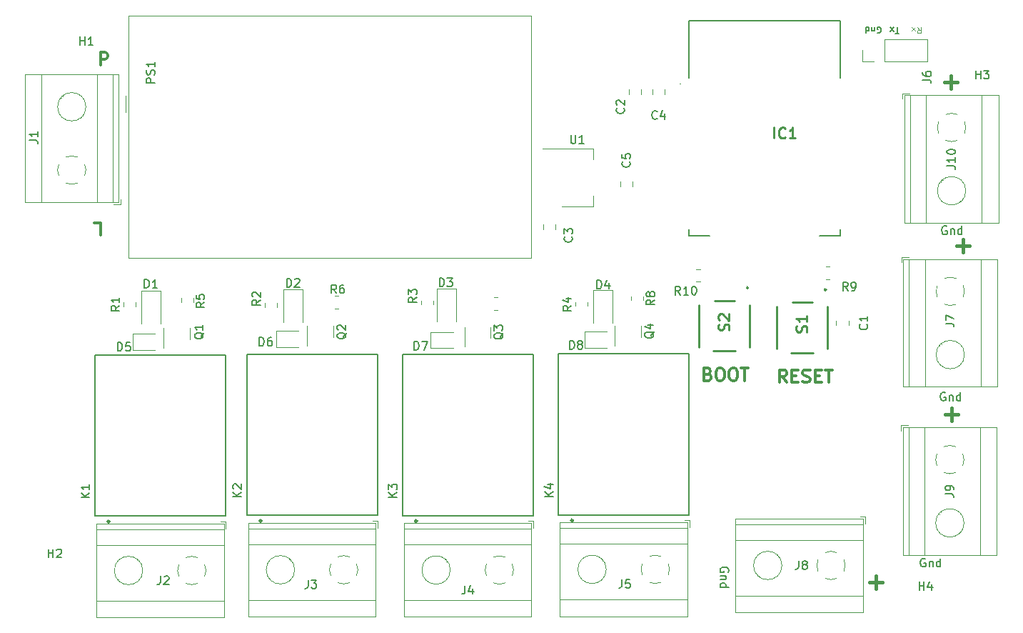
<source format=gbr>
%TF.GenerationSoftware,KiCad,Pcbnew,7.0.8*%
%TF.CreationDate,2024-04-08T22:48:43+05:30*%
%TF.ProjectId,Esp32_relay,45737033-325f-4726-956c-61792e6b6963,rev?*%
%TF.SameCoordinates,PX4046330PY7125ac8*%
%TF.FileFunction,Legend,Top*%
%TF.FilePolarity,Positive*%
%FSLAX46Y46*%
G04 Gerber Fmt 4.6, Leading zero omitted, Abs format (unit mm)*
G04 Created by KiCad (PCBNEW 7.0.8) date 2024-04-08 22:48:43*
%MOMM*%
%LPD*%
G01*
G04 APERTURE LIST*
%ADD10C,0.125000*%
%ADD11C,0.150000*%
%ADD12C,0.400000*%
%ADD13C,0.200000*%
%ADD14C,0.300000*%
%ADD15C,0.254000*%
%ADD16C,0.120000*%
%ADD17C,0.127000*%
%ADD18C,0.100000*%
G04 APERTURE END LIST*
D10*
X106498621Y70767715D02*
X106748621Y70410572D01*
X106927192Y70767715D02*
X106927192Y70017715D01*
X106927192Y70017715D02*
X106641478Y70017715D01*
X106641478Y70017715D02*
X106570049Y70053429D01*
X106570049Y70053429D02*
X106534335Y70089143D01*
X106534335Y70089143D02*
X106498621Y70160572D01*
X106498621Y70160572D02*
X106498621Y70267715D01*
X106498621Y70267715D02*
X106534335Y70339143D01*
X106534335Y70339143D02*
X106570049Y70374858D01*
X106570049Y70374858D02*
X106641478Y70410572D01*
X106641478Y70410572D02*
X106927192Y70410572D01*
X106248621Y70767715D02*
X105855764Y70267715D01*
X106248621Y70267715D02*
X105855764Y70767715D01*
D11*
X101768087Y70052129D02*
X101839516Y70016415D01*
X101839516Y70016415D02*
X101946658Y70016415D01*
X101946658Y70016415D02*
X102053801Y70052129D01*
X102053801Y70052129D02*
X102125230Y70123558D01*
X102125230Y70123558D02*
X102160944Y70194986D01*
X102160944Y70194986D02*
X102196658Y70337843D01*
X102196658Y70337843D02*
X102196658Y70444986D01*
X102196658Y70444986D02*
X102160944Y70587843D01*
X102160944Y70587843D02*
X102125230Y70659272D01*
X102125230Y70659272D02*
X102053801Y70730700D01*
X102053801Y70730700D02*
X101946658Y70766415D01*
X101946658Y70766415D02*
X101875230Y70766415D01*
X101875230Y70766415D02*
X101768087Y70730700D01*
X101768087Y70730700D02*
X101732373Y70694986D01*
X101732373Y70694986D02*
X101732373Y70444986D01*
X101732373Y70444986D02*
X101875230Y70444986D01*
X101410944Y70266415D02*
X101410944Y70766415D01*
X101410944Y70337843D02*
X101375230Y70302129D01*
X101375230Y70302129D02*
X101303801Y70266415D01*
X101303801Y70266415D02*
X101196658Y70266415D01*
X101196658Y70266415D02*
X101125230Y70302129D01*
X101125230Y70302129D02*
X101089516Y70373558D01*
X101089516Y70373558D02*
X101089516Y70766415D01*
X100410945Y70766415D02*
X100410945Y70016415D01*
X100410945Y70730700D02*
X100482373Y70766415D01*
X100482373Y70766415D02*
X100625230Y70766415D01*
X100625230Y70766415D02*
X100696659Y70730700D01*
X100696659Y70730700D02*
X100732373Y70694986D01*
X100732373Y70694986D02*
X100768087Y70623558D01*
X100768087Y70623558D02*
X100768087Y70409272D01*
X100768087Y70409272D02*
X100732373Y70337843D01*
X100732373Y70337843D02*
X100696659Y70302129D01*
X100696659Y70302129D02*
X100625230Y70266415D01*
X100625230Y70266415D02*
X100482373Y70266415D01*
X100482373Y70266415D02*
X100410945Y70302129D01*
D12*
X100875347Y4913667D02*
X102399157Y4913667D01*
X101637252Y4151762D02*
X101637252Y5675572D01*
D13*
X84076161Y6167718D02*
X84123780Y6262956D01*
X84123780Y6262956D02*
X84123780Y6405813D01*
X84123780Y6405813D02*
X84076161Y6548670D01*
X84076161Y6548670D02*
X83980923Y6643908D01*
X83980923Y6643908D02*
X83885685Y6691527D01*
X83885685Y6691527D02*
X83695209Y6739146D01*
X83695209Y6739146D02*
X83552352Y6739146D01*
X83552352Y6739146D02*
X83361876Y6691527D01*
X83361876Y6691527D02*
X83266638Y6643908D01*
X83266638Y6643908D02*
X83171400Y6548670D01*
X83171400Y6548670D02*
X83123780Y6405813D01*
X83123780Y6405813D02*
X83123780Y6310575D01*
X83123780Y6310575D02*
X83171400Y6167718D01*
X83171400Y6167718D02*
X83219019Y6120099D01*
X83219019Y6120099D02*
X83552352Y6120099D01*
X83552352Y6120099D02*
X83552352Y6310575D01*
X83790447Y5691527D02*
X83123780Y5691527D01*
X83695209Y5691527D02*
X83742828Y5643908D01*
X83742828Y5643908D02*
X83790447Y5548670D01*
X83790447Y5548670D02*
X83790447Y5405813D01*
X83790447Y5405813D02*
X83742828Y5310575D01*
X83742828Y5310575D02*
X83647590Y5262956D01*
X83647590Y5262956D02*
X83123780Y5262956D01*
X83123780Y4358194D02*
X84123780Y4358194D01*
X83171400Y4358194D02*
X83123780Y4453432D01*
X83123780Y4453432D02*
X83123780Y4643908D01*
X83123780Y4643908D02*
X83171400Y4739146D01*
X83171400Y4739146D02*
X83219019Y4786765D01*
X83219019Y4786765D02*
X83314257Y4834384D01*
X83314257Y4834384D02*
X83599971Y4834384D01*
X83599971Y4834384D02*
X83695209Y4786765D01*
X83695209Y4786765D02*
X83742828Y4739146D01*
X83742828Y4739146D02*
X83790447Y4643908D01*
X83790447Y4643908D02*
X83790447Y4453432D01*
X83790447Y4453432D02*
X83742828Y4358194D01*
D11*
X104325487Y69940215D02*
X103896916Y69940215D01*
X104111201Y70690215D02*
X104111201Y69940215D01*
X103718344Y70690215D02*
X103325487Y70190215D01*
X103718344Y70190215D02*
X103325487Y70690215D01*
D13*
X109808682Y27399562D02*
X109713444Y27447181D01*
X109713444Y27447181D02*
X109570587Y27447181D01*
X109570587Y27447181D02*
X109427730Y27399562D01*
X109427730Y27399562D02*
X109332492Y27304324D01*
X109332492Y27304324D02*
X109284873Y27209086D01*
X109284873Y27209086D02*
X109237254Y27018610D01*
X109237254Y27018610D02*
X109237254Y26875753D01*
X109237254Y26875753D02*
X109284873Y26685277D01*
X109284873Y26685277D02*
X109332492Y26590039D01*
X109332492Y26590039D02*
X109427730Y26494800D01*
X109427730Y26494800D02*
X109570587Y26447181D01*
X109570587Y26447181D02*
X109665825Y26447181D01*
X109665825Y26447181D02*
X109808682Y26494800D01*
X109808682Y26494800D02*
X109856301Y26542420D01*
X109856301Y26542420D02*
X109856301Y26875753D01*
X109856301Y26875753D02*
X109665825Y26875753D01*
X110284873Y27113848D02*
X110284873Y26447181D01*
X110284873Y27018610D02*
X110332492Y27066229D01*
X110332492Y27066229D02*
X110427730Y27113848D01*
X110427730Y27113848D02*
X110570587Y27113848D01*
X110570587Y27113848D02*
X110665825Y27066229D01*
X110665825Y27066229D02*
X110713444Y26970991D01*
X110713444Y26970991D02*
X110713444Y26447181D01*
X111618206Y26447181D02*
X111618206Y27447181D01*
X111618206Y26494800D02*
X111522968Y26447181D01*
X111522968Y26447181D02*
X111332492Y26447181D01*
X111332492Y26447181D02*
X111237254Y26494800D01*
X111237254Y26494800D02*
X111189635Y26542420D01*
X111189635Y26542420D02*
X111142016Y26637658D01*
X111142016Y26637658D02*
X111142016Y26923372D01*
X111142016Y26923372D02*
X111189635Y27018610D01*
X111189635Y27018610D02*
X111237254Y27066229D01*
X111237254Y27066229D02*
X111332492Y27113848D01*
X111332492Y27113848D02*
X111522968Y27113848D01*
X111522968Y27113848D02*
X111618206Y27066229D01*
X107446482Y7714562D02*
X107351244Y7762181D01*
X107351244Y7762181D02*
X107208387Y7762181D01*
X107208387Y7762181D02*
X107065530Y7714562D01*
X107065530Y7714562D02*
X106970292Y7619324D01*
X106970292Y7619324D02*
X106922673Y7524086D01*
X106922673Y7524086D02*
X106875054Y7333610D01*
X106875054Y7333610D02*
X106875054Y7190753D01*
X106875054Y7190753D02*
X106922673Y7000277D01*
X106922673Y7000277D02*
X106970292Y6905039D01*
X106970292Y6905039D02*
X107065530Y6809800D01*
X107065530Y6809800D02*
X107208387Y6762181D01*
X107208387Y6762181D02*
X107303625Y6762181D01*
X107303625Y6762181D02*
X107446482Y6809800D01*
X107446482Y6809800D02*
X107494101Y6857420D01*
X107494101Y6857420D02*
X107494101Y7190753D01*
X107494101Y7190753D02*
X107303625Y7190753D01*
X107922673Y7428848D02*
X107922673Y6762181D01*
X107922673Y7333610D02*
X107970292Y7381229D01*
X107970292Y7381229D02*
X108065530Y7428848D01*
X108065530Y7428848D02*
X108208387Y7428848D01*
X108208387Y7428848D02*
X108303625Y7381229D01*
X108303625Y7381229D02*
X108351244Y7285991D01*
X108351244Y7285991D02*
X108351244Y6762181D01*
X109256006Y6762181D02*
X109256006Y7762181D01*
X109256006Y6809800D02*
X109160768Y6762181D01*
X109160768Y6762181D02*
X108970292Y6762181D01*
X108970292Y6762181D02*
X108875054Y6809800D01*
X108875054Y6809800D02*
X108827435Y6857420D01*
X108827435Y6857420D02*
X108779816Y6952658D01*
X108779816Y6952658D02*
X108779816Y7238372D01*
X108779816Y7238372D02*
X108827435Y7333610D01*
X108827435Y7333610D02*
X108875054Y7381229D01*
X108875054Y7381229D02*
X108970292Y7428848D01*
X108970292Y7428848D02*
X109160768Y7428848D01*
X109160768Y7428848D02*
X109256006Y7381229D01*
D12*
X109756147Y64197267D02*
X111279957Y64197267D01*
X110518052Y63435362D02*
X110518052Y64959172D01*
D11*
X109978988Y47107362D02*
X109883750Y47154981D01*
X109883750Y47154981D02*
X109740893Y47154981D01*
X109740893Y47154981D02*
X109598036Y47107362D01*
X109598036Y47107362D02*
X109502798Y47012124D01*
X109502798Y47012124D02*
X109455179Y46916886D01*
X109455179Y46916886D02*
X109407560Y46726410D01*
X109407560Y46726410D02*
X109407560Y46583553D01*
X109407560Y46583553D02*
X109455179Y46393077D01*
X109455179Y46393077D02*
X109502798Y46297839D01*
X109502798Y46297839D02*
X109598036Y46202600D01*
X109598036Y46202600D02*
X109740893Y46154981D01*
X109740893Y46154981D02*
X109836131Y46154981D01*
X109836131Y46154981D02*
X109978988Y46202600D01*
X109978988Y46202600D02*
X110026607Y46250220D01*
X110026607Y46250220D02*
X110026607Y46583553D01*
X110026607Y46583553D02*
X109836131Y46583553D01*
X110455179Y46821648D02*
X110455179Y46154981D01*
X110455179Y46726410D02*
X110502798Y46774029D01*
X110502798Y46774029D02*
X110598036Y46821648D01*
X110598036Y46821648D02*
X110740893Y46821648D01*
X110740893Y46821648D02*
X110836131Y46774029D01*
X110836131Y46774029D02*
X110883750Y46678791D01*
X110883750Y46678791D02*
X110883750Y46154981D01*
X111788512Y46154981D02*
X111788512Y47154981D01*
X111788512Y46202600D02*
X111693274Y46154981D01*
X111693274Y46154981D02*
X111502798Y46154981D01*
X111502798Y46154981D02*
X111407560Y46202600D01*
X111407560Y46202600D02*
X111359941Y46250220D01*
X111359941Y46250220D02*
X111312322Y46345458D01*
X111312322Y46345458D02*
X111312322Y46631172D01*
X111312322Y46631172D02*
X111359941Y46726410D01*
X111359941Y46726410D02*
X111407560Y46774029D01*
X111407560Y46774029D02*
X111502798Y46821648D01*
X111502798Y46821648D02*
X111693274Y46821648D01*
X111693274Y46821648D02*
X111788512Y46774029D01*
D12*
X111153147Y44791667D02*
X112676957Y44791667D01*
X111915052Y44029762D02*
X111915052Y45553572D01*
D14*
X90987253Y28621772D02*
X90487253Y29336058D01*
X90130110Y28621772D02*
X90130110Y30121772D01*
X90130110Y30121772D02*
X90701539Y30121772D01*
X90701539Y30121772D02*
X90844396Y30050343D01*
X90844396Y30050343D02*
X90915825Y29978915D01*
X90915825Y29978915D02*
X90987253Y29836058D01*
X90987253Y29836058D02*
X90987253Y29621772D01*
X90987253Y29621772D02*
X90915825Y29478915D01*
X90915825Y29478915D02*
X90844396Y29407486D01*
X90844396Y29407486D02*
X90701539Y29336058D01*
X90701539Y29336058D02*
X90130110Y29336058D01*
X91630110Y29407486D02*
X92130110Y29407486D01*
X92344396Y28621772D02*
X91630110Y28621772D01*
X91630110Y28621772D02*
X91630110Y30121772D01*
X91630110Y30121772D02*
X92344396Y30121772D01*
X92915825Y28693200D02*
X93130111Y28621772D01*
X93130111Y28621772D02*
X93487253Y28621772D01*
X93487253Y28621772D02*
X93630111Y28693200D01*
X93630111Y28693200D02*
X93701539Y28764629D01*
X93701539Y28764629D02*
X93772968Y28907486D01*
X93772968Y28907486D02*
X93772968Y29050343D01*
X93772968Y29050343D02*
X93701539Y29193200D01*
X93701539Y29193200D02*
X93630111Y29264629D01*
X93630111Y29264629D02*
X93487253Y29336058D01*
X93487253Y29336058D02*
X93201539Y29407486D01*
X93201539Y29407486D02*
X93058682Y29478915D01*
X93058682Y29478915D02*
X92987253Y29550343D01*
X92987253Y29550343D02*
X92915825Y29693200D01*
X92915825Y29693200D02*
X92915825Y29836058D01*
X92915825Y29836058D02*
X92987253Y29978915D01*
X92987253Y29978915D02*
X93058682Y30050343D01*
X93058682Y30050343D02*
X93201539Y30121772D01*
X93201539Y30121772D02*
X93558682Y30121772D01*
X93558682Y30121772D02*
X93772968Y30050343D01*
X94415824Y29407486D02*
X94915824Y29407486D01*
X95130110Y28621772D02*
X94415824Y28621772D01*
X94415824Y28621772D02*
X94415824Y30121772D01*
X94415824Y30121772D02*
X95130110Y30121772D01*
X95558682Y30121772D02*
X96415825Y30121772D01*
X95987253Y28621772D02*
X95987253Y30121772D01*
D12*
X109781547Y24878067D02*
X111305357Y24878067D01*
X110543452Y24116162D02*
X110543452Y25639972D01*
D14*
X8916603Y47552829D02*
X9630889Y47552829D01*
X9630889Y47552829D02*
X9630889Y46052829D01*
X9622310Y66239172D02*
X9622310Y67739172D01*
X9622310Y67739172D02*
X10193739Y67739172D01*
X10193739Y67739172D02*
X10336596Y67667743D01*
X10336596Y67667743D02*
X10408025Y67596315D01*
X10408025Y67596315D02*
X10479453Y67453458D01*
X10479453Y67453458D02*
X10479453Y67239172D01*
X10479453Y67239172D02*
X10408025Y67096315D01*
X10408025Y67096315D02*
X10336596Y67024886D01*
X10336596Y67024886D02*
X10193739Y66953458D01*
X10193739Y66953458D02*
X9622310Y66953458D01*
X81689310Y29610686D02*
X81903596Y29539258D01*
X81903596Y29539258D02*
X81975025Y29467829D01*
X81975025Y29467829D02*
X82046453Y29324972D01*
X82046453Y29324972D02*
X82046453Y29110686D01*
X82046453Y29110686D02*
X81975025Y28967829D01*
X81975025Y28967829D02*
X81903596Y28896400D01*
X81903596Y28896400D02*
X81760739Y28824972D01*
X81760739Y28824972D02*
X81189310Y28824972D01*
X81189310Y28824972D02*
X81189310Y30324972D01*
X81189310Y30324972D02*
X81689310Y30324972D01*
X81689310Y30324972D02*
X81832168Y30253543D01*
X81832168Y30253543D02*
X81903596Y30182115D01*
X81903596Y30182115D02*
X81975025Y30039258D01*
X81975025Y30039258D02*
X81975025Y29896400D01*
X81975025Y29896400D02*
X81903596Y29753543D01*
X81903596Y29753543D02*
X81832168Y29682115D01*
X81832168Y29682115D02*
X81689310Y29610686D01*
X81689310Y29610686D02*
X81189310Y29610686D01*
X82975025Y30324972D02*
X83260739Y30324972D01*
X83260739Y30324972D02*
X83403596Y30253543D01*
X83403596Y30253543D02*
X83546453Y30110686D01*
X83546453Y30110686D02*
X83617882Y29824972D01*
X83617882Y29824972D02*
X83617882Y29324972D01*
X83617882Y29324972D02*
X83546453Y29039258D01*
X83546453Y29039258D02*
X83403596Y28896400D01*
X83403596Y28896400D02*
X83260739Y28824972D01*
X83260739Y28824972D02*
X82975025Y28824972D01*
X82975025Y28824972D02*
X82832168Y28896400D01*
X82832168Y28896400D02*
X82689310Y29039258D01*
X82689310Y29039258D02*
X82617882Y29324972D01*
X82617882Y29324972D02*
X82617882Y29824972D01*
X82617882Y29824972D02*
X82689310Y30110686D01*
X82689310Y30110686D02*
X82832168Y30253543D01*
X82832168Y30253543D02*
X82975025Y30324972D01*
X84546454Y30324972D02*
X84832168Y30324972D01*
X84832168Y30324972D02*
X84975025Y30253543D01*
X84975025Y30253543D02*
X85117882Y30110686D01*
X85117882Y30110686D02*
X85189311Y29824972D01*
X85189311Y29824972D02*
X85189311Y29324972D01*
X85189311Y29324972D02*
X85117882Y29039258D01*
X85117882Y29039258D02*
X84975025Y28896400D01*
X84975025Y28896400D02*
X84832168Y28824972D01*
X84832168Y28824972D02*
X84546454Y28824972D01*
X84546454Y28824972D02*
X84403597Y28896400D01*
X84403597Y28896400D02*
X84260739Y29039258D01*
X84260739Y29039258D02*
X84189311Y29324972D01*
X84189311Y29324972D02*
X84189311Y29824972D01*
X84189311Y29824972D02*
X84260739Y30110686D01*
X84260739Y30110686D02*
X84403597Y30253543D01*
X84403597Y30253543D02*
X84546454Y30324972D01*
X85617883Y30324972D02*
X86475026Y30324972D01*
X86046454Y28824972D02*
X86046454Y30324972D01*
D11*
X65276505Y32565181D02*
X65276505Y33565181D01*
X65276505Y33565181D02*
X65514600Y33565181D01*
X65514600Y33565181D02*
X65657457Y33517562D01*
X65657457Y33517562D02*
X65752695Y33422324D01*
X65752695Y33422324D02*
X65800314Y33327086D01*
X65800314Y33327086D02*
X65847933Y33136610D01*
X65847933Y33136610D02*
X65847933Y32993753D01*
X65847933Y32993753D02*
X65800314Y32803277D01*
X65800314Y32803277D02*
X65752695Y32708039D01*
X65752695Y32708039D02*
X65657457Y32612800D01*
X65657457Y32612800D02*
X65514600Y32565181D01*
X65514600Y32565181D02*
X65276505Y32565181D01*
X66419362Y33136610D02*
X66324124Y33184229D01*
X66324124Y33184229D02*
X66276505Y33231848D01*
X66276505Y33231848D02*
X66228886Y33327086D01*
X66228886Y33327086D02*
X66228886Y33374705D01*
X66228886Y33374705D02*
X66276505Y33469943D01*
X66276505Y33469943D02*
X66324124Y33517562D01*
X66324124Y33517562D02*
X66419362Y33565181D01*
X66419362Y33565181D02*
X66609838Y33565181D01*
X66609838Y33565181D02*
X66705076Y33517562D01*
X66705076Y33517562D02*
X66752695Y33469943D01*
X66752695Y33469943D02*
X66800314Y33374705D01*
X66800314Y33374705D02*
X66800314Y33327086D01*
X66800314Y33327086D02*
X66752695Y33231848D01*
X66752695Y33231848D02*
X66705076Y33184229D01*
X66705076Y33184229D02*
X66609838Y33136610D01*
X66609838Y33136610D02*
X66419362Y33136610D01*
X66419362Y33136610D02*
X66324124Y33088991D01*
X66324124Y33088991D02*
X66276505Y33041372D01*
X66276505Y33041372D02*
X66228886Y32946134D01*
X66228886Y32946134D02*
X66228886Y32755658D01*
X66228886Y32755658D02*
X66276505Y32660420D01*
X66276505Y32660420D02*
X66324124Y32612800D01*
X66324124Y32612800D02*
X66419362Y32565181D01*
X66419362Y32565181D02*
X66609838Y32565181D01*
X66609838Y32565181D02*
X66705076Y32612800D01*
X66705076Y32612800D02*
X66752695Y32660420D01*
X66752695Y32660420D02*
X66800314Y32755658D01*
X66800314Y32755658D02*
X66800314Y32946134D01*
X66800314Y32946134D02*
X66752695Y33041372D01*
X66752695Y33041372D02*
X66705076Y33088991D01*
X66705076Y33088991D02*
X66609838Y33136610D01*
X47140019Y38695334D02*
X46663828Y38362001D01*
X47140019Y38123906D02*
X46140019Y38123906D01*
X46140019Y38123906D02*
X46140019Y38504858D01*
X46140019Y38504858D02*
X46187638Y38600096D01*
X46187638Y38600096D02*
X46235257Y38647715D01*
X46235257Y38647715D02*
X46330495Y38695334D01*
X46330495Y38695334D02*
X46473352Y38695334D01*
X46473352Y38695334D02*
X46568590Y38647715D01*
X46568590Y38647715D02*
X46616209Y38600096D01*
X46616209Y38600096D02*
X46663828Y38504858D01*
X46663828Y38504858D02*
X46663828Y38123906D01*
X46140019Y39028668D02*
X46140019Y39647715D01*
X46140019Y39647715D02*
X46520971Y39314382D01*
X46520971Y39314382D02*
X46520971Y39457239D01*
X46520971Y39457239D02*
X46568590Y39552477D01*
X46568590Y39552477D02*
X46616209Y39600096D01*
X46616209Y39600096D02*
X46711447Y39647715D01*
X46711447Y39647715D02*
X46949542Y39647715D01*
X46949542Y39647715D02*
X47044780Y39600096D01*
X47044780Y39600096D02*
X47092400Y39552477D01*
X47092400Y39552477D02*
X47140019Y39457239D01*
X47140019Y39457239D02*
X47140019Y39171525D01*
X47140019Y39171525D02*
X47092400Y39076287D01*
X47092400Y39076287D02*
X47044780Y39028668D01*
X100526580Y35521534D02*
X100574200Y35473915D01*
X100574200Y35473915D02*
X100621819Y35331058D01*
X100621819Y35331058D02*
X100621819Y35235820D01*
X100621819Y35235820D02*
X100574200Y35092963D01*
X100574200Y35092963D02*
X100478961Y34997725D01*
X100478961Y34997725D02*
X100383723Y34950106D01*
X100383723Y34950106D02*
X100193247Y34902487D01*
X100193247Y34902487D02*
X100050390Y34902487D01*
X100050390Y34902487D02*
X99859914Y34950106D01*
X99859914Y34950106D02*
X99764676Y34997725D01*
X99764676Y34997725D02*
X99669438Y35092963D01*
X99669438Y35092963D02*
X99621819Y35235820D01*
X99621819Y35235820D02*
X99621819Y35331058D01*
X99621819Y35331058D02*
X99669438Y35473915D01*
X99669438Y35473915D02*
X99717057Y35521534D01*
X100621819Y36473915D02*
X100621819Y35902487D01*
X100621819Y36188201D02*
X99621819Y36188201D01*
X99621819Y36188201D02*
X99764676Y36092963D01*
X99764676Y36092963D02*
X99859914Y35997725D01*
X99859914Y35997725D02*
X99907533Y35902487D01*
X72368580Y54773534D02*
X72416200Y54725915D01*
X72416200Y54725915D02*
X72463819Y54583058D01*
X72463819Y54583058D02*
X72463819Y54487820D01*
X72463819Y54487820D02*
X72416200Y54344963D01*
X72416200Y54344963D02*
X72320961Y54249725D01*
X72320961Y54249725D02*
X72225723Y54202106D01*
X72225723Y54202106D02*
X72035247Y54154487D01*
X72035247Y54154487D02*
X71892390Y54154487D01*
X71892390Y54154487D02*
X71701914Y54202106D01*
X71701914Y54202106D02*
X71606676Y54249725D01*
X71606676Y54249725D02*
X71511438Y54344963D01*
X71511438Y54344963D02*
X71463819Y54487820D01*
X71463819Y54487820D02*
X71463819Y54583058D01*
X71463819Y54583058D02*
X71511438Y54725915D01*
X71511438Y54725915D02*
X71559057Y54773534D01*
X71463819Y55678296D02*
X71463819Y55202106D01*
X71463819Y55202106D02*
X71940009Y55154487D01*
X71940009Y55154487D02*
X71892390Y55202106D01*
X71892390Y55202106D02*
X71844771Y55297344D01*
X71844771Y55297344D02*
X71844771Y55535439D01*
X71844771Y55535439D02*
X71892390Y55630677D01*
X71892390Y55630677D02*
X71940009Y55678296D01*
X71940009Y55678296D02*
X72035247Y55725915D01*
X72035247Y55725915D02*
X72273342Y55725915D01*
X72273342Y55725915D02*
X72368580Y55678296D01*
X72368580Y55678296D02*
X72416200Y55630677D01*
X72416200Y55630677D02*
X72463819Y55535439D01*
X72463819Y55535439D02*
X72463819Y55297344D01*
X72463819Y55297344D02*
X72416200Y55202106D01*
X72416200Y55202106D02*
X72368580Y55154487D01*
X65510580Y45883534D02*
X65558200Y45835915D01*
X65558200Y45835915D02*
X65605819Y45693058D01*
X65605819Y45693058D02*
X65605819Y45597820D01*
X65605819Y45597820D02*
X65558200Y45454963D01*
X65558200Y45454963D02*
X65462961Y45359725D01*
X65462961Y45359725D02*
X65367723Y45312106D01*
X65367723Y45312106D02*
X65177247Y45264487D01*
X65177247Y45264487D02*
X65034390Y45264487D01*
X65034390Y45264487D02*
X64843914Y45312106D01*
X64843914Y45312106D02*
X64748676Y45359725D01*
X64748676Y45359725D02*
X64653438Y45454963D01*
X64653438Y45454963D02*
X64605819Y45597820D01*
X64605819Y45597820D02*
X64605819Y45693058D01*
X64605819Y45693058D02*
X64653438Y45835915D01*
X64653438Y45835915D02*
X64701057Y45883534D01*
X64605819Y46216868D02*
X64605819Y46835915D01*
X64605819Y46835915D02*
X64986771Y46502582D01*
X64986771Y46502582D02*
X64986771Y46645439D01*
X64986771Y46645439D02*
X65034390Y46740677D01*
X65034390Y46740677D02*
X65082009Y46788296D01*
X65082009Y46788296D02*
X65177247Y46835915D01*
X65177247Y46835915D02*
X65415342Y46835915D01*
X65415342Y46835915D02*
X65510580Y46788296D01*
X65510580Y46788296D02*
X65558200Y46740677D01*
X65558200Y46740677D02*
X65605819Y46645439D01*
X65605819Y46645439D02*
X65605819Y46359725D01*
X65605819Y46359725D02*
X65558200Y46264487D01*
X65558200Y46264487D02*
X65510580Y46216868D01*
X57395257Y34499562D02*
X57347638Y34404324D01*
X57347638Y34404324D02*
X57252400Y34309086D01*
X57252400Y34309086D02*
X57109542Y34166229D01*
X57109542Y34166229D02*
X57061923Y34070991D01*
X57061923Y34070991D02*
X57061923Y33975753D01*
X57300019Y34023372D02*
X57252400Y33928134D01*
X57252400Y33928134D02*
X57157161Y33832896D01*
X57157161Y33832896D02*
X56966685Y33785277D01*
X56966685Y33785277D02*
X56633352Y33785277D01*
X56633352Y33785277D02*
X56442876Y33832896D01*
X56442876Y33832896D02*
X56347638Y33928134D01*
X56347638Y33928134D02*
X56300019Y34023372D01*
X56300019Y34023372D02*
X56300019Y34213848D01*
X56300019Y34213848D02*
X56347638Y34309086D01*
X56347638Y34309086D02*
X56442876Y34404324D01*
X56442876Y34404324D02*
X56633352Y34451943D01*
X56633352Y34451943D02*
X56966685Y34451943D01*
X56966685Y34451943D02*
X57157161Y34404324D01*
X57157161Y34404324D02*
X57252400Y34309086D01*
X57252400Y34309086D02*
X57300019Y34213848D01*
X57300019Y34213848D02*
X57300019Y34023372D01*
X56300019Y34785277D02*
X56300019Y35404324D01*
X56300019Y35404324D02*
X56680971Y35070991D01*
X56680971Y35070991D02*
X56680971Y35213848D01*
X56680971Y35213848D02*
X56728590Y35309086D01*
X56728590Y35309086D02*
X56776209Y35356705D01*
X56776209Y35356705D02*
X56871447Y35404324D01*
X56871447Y35404324D02*
X57109542Y35404324D01*
X57109542Y35404324D02*
X57204780Y35356705D01*
X57204780Y35356705D02*
X57252400Y35309086D01*
X57252400Y35309086D02*
X57300019Y35213848D01*
X57300019Y35213848D02*
X57300019Y34928134D01*
X57300019Y34928134D02*
X57252400Y34832896D01*
X57252400Y34832896D02*
X57204780Y34785277D01*
X71704580Y61123534D02*
X71752200Y61075915D01*
X71752200Y61075915D02*
X71799819Y60933058D01*
X71799819Y60933058D02*
X71799819Y60837820D01*
X71799819Y60837820D02*
X71752200Y60694963D01*
X71752200Y60694963D02*
X71656961Y60599725D01*
X71656961Y60599725D02*
X71561723Y60552106D01*
X71561723Y60552106D02*
X71371247Y60504487D01*
X71371247Y60504487D02*
X71228390Y60504487D01*
X71228390Y60504487D02*
X71037914Y60552106D01*
X71037914Y60552106D02*
X70942676Y60599725D01*
X70942676Y60599725D02*
X70847438Y60694963D01*
X70847438Y60694963D02*
X70799819Y60837820D01*
X70799819Y60837820D02*
X70799819Y60933058D01*
X70799819Y60933058D02*
X70847438Y61075915D01*
X70847438Y61075915D02*
X70895057Y61123534D01*
X70895057Y61504487D02*
X70847438Y61552106D01*
X70847438Y61552106D02*
X70799819Y61647344D01*
X70799819Y61647344D02*
X70799819Y61885439D01*
X70799819Y61885439D02*
X70847438Y61980677D01*
X70847438Y61980677D02*
X70895057Y62028296D01*
X70895057Y62028296D02*
X70990295Y62075915D01*
X70990295Y62075915D02*
X71085533Y62075915D01*
X71085533Y62075915D02*
X71228390Y62028296D01*
X71228390Y62028296D02*
X71799819Y61456868D01*
X71799819Y61456868D02*
X71799819Y62075915D01*
X75358419Y38414034D02*
X74882228Y38080701D01*
X75358419Y37842606D02*
X74358419Y37842606D01*
X74358419Y37842606D02*
X74358419Y38223558D01*
X74358419Y38223558D02*
X74406038Y38318796D01*
X74406038Y38318796D02*
X74453657Y38366415D01*
X74453657Y38366415D02*
X74548895Y38414034D01*
X74548895Y38414034D02*
X74691752Y38414034D01*
X74691752Y38414034D02*
X74786990Y38366415D01*
X74786990Y38366415D02*
X74834609Y38318796D01*
X74834609Y38318796D02*
X74882228Y38223558D01*
X74882228Y38223558D02*
X74882228Y37842606D01*
X74786990Y38985463D02*
X74739371Y38890225D01*
X74739371Y38890225D02*
X74691752Y38842606D01*
X74691752Y38842606D02*
X74596514Y38794987D01*
X74596514Y38794987D02*
X74548895Y38794987D01*
X74548895Y38794987D02*
X74453657Y38842606D01*
X74453657Y38842606D02*
X74406038Y38890225D01*
X74406038Y38890225D02*
X74358419Y38985463D01*
X74358419Y38985463D02*
X74358419Y39175939D01*
X74358419Y39175939D02*
X74406038Y39271177D01*
X74406038Y39271177D02*
X74453657Y39318796D01*
X74453657Y39318796D02*
X74548895Y39366415D01*
X74548895Y39366415D02*
X74596514Y39366415D01*
X74596514Y39366415D02*
X74691752Y39318796D01*
X74691752Y39318796D02*
X74739371Y39271177D01*
X74739371Y39271177D02*
X74786990Y39175939D01*
X74786990Y39175939D02*
X74786990Y38985463D01*
X74786990Y38985463D02*
X74834609Y38890225D01*
X74834609Y38890225D02*
X74882228Y38842606D01*
X74882228Y38842606D02*
X74977466Y38794987D01*
X74977466Y38794987D02*
X75167942Y38794987D01*
X75167942Y38794987D02*
X75263180Y38842606D01*
X75263180Y38842606D02*
X75310800Y38890225D01*
X75310800Y38890225D02*
X75358419Y38985463D01*
X75358419Y38985463D02*
X75358419Y39175939D01*
X75358419Y39175939D02*
X75310800Y39271177D01*
X75310800Y39271177D02*
X75263180Y39318796D01*
X75263180Y39318796D02*
X75167942Y39366415D01*
X75167942Y39366415D02*
X74977466Y39366415D01*
X74977466Y39366415D02*
X74882228Y39318796D01*
X74882228Y39318796D02*
X74834609Y39271177D01*
X74834609Y39271177D02*
X74786990Y39175939D01*
X16075819Y64139915D02*
X15075819Y64139915D01*
X15075819Y64139915D02*
X15075819Y64520867D01*
X15075819Y64520867D02*
X15123438Y64616105D01*
X15123438Y64616105D02*
X15171057Y64663724D01*
X15171057Y64663724D02*
X15266295Y64711343D01*
X15266295Y64711343D02*
X15409152Y64711343D01*
X15409152Y64711343D02*
X15504390Y64663724D01*
X15504390Y64663724D02*
X15552009Y64616105D01*
X15552009Y64616105D02*
X15599628Y64520867D01*
X15599628Y64520867D02*
X15599628Y64139915D01*
X16028200Y65092296D02*
X16075819Y65235153D01*
X16075819Y65235153D02*
X16075819Y65473248D01*
X16075819Y65473248D02*
X16028200Y65568486D01*
X16028200Y65568486D02*
X15980580Y65616105D01*
X15980580Y65616105D02*
X15885342Y65663724D01*
X15885342Y65663724D02*
X15790104Y65663724D01*
X15790104Y65663724D02*
X15694866Y65616105D01*
X15694866Y65616105D02*
X15647247Y65568486D01*
X15647247Y65568486D02*
X15599628Y65473248D01*
X15599628Y65473248D02*
X15552009Y65282772D01*
X15552009Y65282772D02*
X15504390Y65187534D01*
X15504390Y65187534D02*
X15456771Y65139915D01*
X15456771Y65139915D02*
X15361533Y65092296D01*
X15361533Y65092296D02*
X15266295Y65092296D01*
X15266295Y65092296D02*
X15171057Y65139915D01*
X15171057Y65139915D02*
X15123438Y65187534D01*
X15123438Y65187534D02*
X15075819Y65282772D01*
X15075819Y65282772D02*
X15075819Y65520867D01*
X15075819Y65520867D02*
X15123438Y65663724D01*
X16075819Y66616105D02*
X16075819Y66044677D01*
X16075819Y66330391D02*
X15075819Y66330391D01*
X15075819Y66330391D02*
X15218676Y66235153D01*
X15218676Y66235153D02*
X15313914Y66139915D01*
X15313914Y66139915D02*
X15361533Y66044677D01*
D15*
X93360172Y34614911D02*
X93420648Y34796340D01*
X93420648Y34796340D02*
X93420648Y35098721D01*
X93420648Y35098721D02*
X93360172Y35219673D01*
X93360172Y35219673D02*
X93299695Y35280149D01*
X93299695Y35280149D02*
X93178743Y35340626D01*
X93178743Y35340626D02*
X93057791Y35340626D01*
X93057791Y35340626D02*
X92936838Y35280149D01*
X92936838Y35280149D02*
X92876362Y35219673D01*
X92876362Y35219673D02*
X92815886Y35098721D01*
X92815886Y35098721D02*
X92755410Y34856816D01*
X92755410Y34856816D02*
X92694933Y34735864D01*
X92694933Y34735864D02*
X92634457Y34675387D01*
X92634457Y34675387D02*
X92513505Y34614911D01*
X92513505Y34614911D02*
X92392552Y34614911D01*
X92392552Y34614911D02*
X92271600Y34675387D01*
X92271600Y34675387D02*
X92211124Y34735864D01*
X92211124Y34735864D02*
X92150648Y34856816D01*
X92150648Y34856816D02*
X92150648Y35159197D01*
X92150648Y35159197D02*
X92211124Y35340626D01*
X93420648Y36550150D02*
X93420648Y35824435D01*
X93420648Y36187292D02*
X92150648Y36187292D01*
X92150648Y36187292D02*
X92332076Y36066340D01*
X92332076Y36066340D02*
X92453029Y35945388D01*
X92453029Y35945388D02*
X92513505Y35824435D01*
D11*
X75302257Y34651962D02*
X75254638Y34556724D01*
X75254638Y34556724D02*
X75159400Y34461486D01*
X75159400Y34461486D02*
X75016542Y34318629D01*
X75016542Y34318629D02*
X74968923Y34223391D01*
X74968923Y34223391D02*
X74968923Y34128153D01*
X75207019Y34175772D02*
X75159400Y34080534D01*
X75159400Y34080534D02*
X75064161Y33985296D01*
X75064161Y33985296D02*
X74873685Y33937677D01*
X74873685Y33937677D02*
X74540352Y33937677D01*
X74540352Y33937677D02*
X74349876Y33985296D01*
X74349876Y33985296D02*
X74254638Y34080534D01*
X74254638Y34080534D02*
X74207019Y34175772D01*
X74207019Y34175772D02*
X74207019Y34366248D01*
X74207019Y34366248D02*
X74254638Y34461486D01*
X74254638Y34461486D02*
X74349876Y34556724D01*
X74349876Y34556724D02*
X74540352Y34604343D01*
X74540352Y34604343D02*
X74873685Y34604343D01*
X74873685Y34604343D02*
X75064161Y34556724D01*
X75064161Y34556724D02*
X75159400Y34461486D01*
X75159400Y34461486D02*
X75207019Y34366248D01*
X75207019Y34366248D02*
X75207019Y34175772D01*
X74540352Y35461486D02*
X75207019Y35461486D01*
X74159400Y35223391D02*
X74873685Y34985296D01*
X74873685Y34985296D02*
X74873685Y35604343D01*
X31723105Y39936281D02*
X31723105Y40936281D01*
X31723105Y40936281D02*
X31961200Y40936281D01*
X31961200Y40936281D02*
X32104057Y40888662D01*
X32104057Y40888662D02*
X32199295Y40793424D01*
X32199295Y40793424D02*
X32246914Y40698186D01*
X32246914Y40698186D02*
X32294533Y40507710D01*
X32294533Y40507710D02*
X32294533Y40364853D01*
X32294533Y40364853D02*
X32246914Y40174377D01*
X32246914Y40174377D02*
X32199295Y40079139D01*
X32199295Y40079139D02*
X32104057Y39983900D01*
X32104057Y39983900D02*
X31961200Y39936281D01*
X31961200Y39936281D02*
X31723105Y39936281D01*
X32675486Y40841043D02*
X32723105Y40888662D01*
X32723105Y40888662D02*
X32818343Y40936281D01*
X32818343Y40936281D02*
X33056438Y40936281D01*
X33056438Y40936281D02*
X33151676Y40888662D01*
X33151676Y40888662D02*
X33199295Y40841043D01*
X33199295Y40841043D02*
X33246914Y40745805D01*
X33246914Y40745805D02*
X33246914Y40650567D01*
X33246914Y40650567D02*
X33199295Y40507710D01*
X33199295Y40507710D02*
X32627867Y39936281D01*
X32627867Y39936281D02*
X33246914Y39936281D01*
X75652333Y59914620D02*
X75604714Y59867000D01*
X75604714Y59867000D02*
X75461857Y59819381D01*
X75461857Y59819381D02*
X75366619Y59819381D01*
X75366619Y59819381D02*
X75223762Y59867000D01*
X75223762Y59867000D02*
X75128524Y59962239D01*
X75128524Y59962239D02*
X75080905Y60057477D01*
X75080905Y60057477D02*
X75033286Y60247953D01*
X75033286Y60247953D02*
X75033286Y60390810D01*
X75033286Y60390810D02*
X75080905Y60581286D01*
X75080905Y60581286D02*
X75128524Y60676524D01*
X75128524Y60676524D02*
X75223762Y60771762D01*
X75223762Y60771762D02*
X75366619Y60819381D01*
X75366619Y60819381D02*
X75461857Y60819381D01*
X75461857Y60819381D02*
X75604714Y60771762D01*
X75604714Y60771762D02*
X75652333Y60724143D01*
X76509476Y60486048D02*
X76509476Y59819381D01*
X76271381Y60867000D02*
X76033286Y60152715D01*
X76033286Y60152715D02*
X76652333Y60152715D01*
X3429095Y7876381D02*
X3429095Y8876381D01*
X3429095Y8400191D02*
X4000523Y8400191D01*
X4000523Y7876381D02*
X4000523Y8876381D01*
X4429095Y8781143D02*
X4476714Y8828762D01*
X4476714Y8828762D02*
X4571952Y8876381D01*
X4571952Y8876381D02*
X4810047Y8876381D01*
X4810047Y8876381D02*
X4905285Y8828762D01*
X4905285Y8828762D02*
X4952904Y8781143D01*
X4952904Y8781143D02*
X5000523Y8685905D01*
X5000523Y8685905D02*
X5000523Y8590667D01*
X5000523Y8590667D02*
X4952904Y8447810D01*
X4952904Y8447810D02*
X4381476Y7876381D01*
X4381476Y7876381D02*
X5000523Y7876381D01*
X63297823Y15112606D02*
X62297729Y15112606D01*
X63297823Y15684088D02*
X62726341Y15255477D01*
X62297729Y15684088D02*
X62869211Y15112606D01*
X62631094Y16541312D02*
X63297823Y16541312D01*
X62250106Y16303194D02*
X62964458Y16065077D01*
X62964458Y16065077D02*
X62964458Y16684182D01*
X44801023Y15035006D02*
X43800929Y15035006D01*
X44801023Y15606488D02*
X44229541Y15177877D01*
X43800929Y15606488D02*
X44372411Y15035006D01*
X43800929Y15939853D02*
X43800929Y16558959D01*
X43800929Y16558959D02*
X44181917Y16225594D01*
X44181917Y16225594D02*
X44181917Y16368465D01*
X44181917Y16368465D02*
X44229541Y16463712D01*
X44229541Y16463712D02*
X44277164Y16511335D01*
X44277164Y16511335D02*
X44372411Y16558959D01*
X44372411Y16558959D02*
X44610529Y16558959D01*
X44610529Y16558959D02*
X44705776Y16511335D01*
X44705776Y16511335D02*
X44753400Y16463712D01*
X44753400Y16463712D02*
X44801023Y16368465D01*
X44801023Y16368465D02*
X44801023Y16082724D01*
X44801023Y16082724D02*
X44753400Y15987477D01*
X44753400Y15987477D02*
X44705776Y15939853D01*
X92436666Y7479381D02*
X92436666Y6765096D01*
X92436666Y6765096D02*
X92389047Y6622239D01*
X92389047Y6622239D02*
X92293809Y6527000D01*
X92293809Y6527000D02*
X92150952Y6479381D01*
X92150952Y6479381D02*
X92055714Y6479381D01*
X93055714Y7050810D02*
X92960476Y7098429D01*
X92960476Y7098429D02*
X92912857Y7146048D01*
X92912857Y7146048D02*
X92865238Y7241286D01*
X92865238Y7241286D02*
X92865238Y7288905D01*
X92865238Y7288905D02*
X92912857Y7384143D01*
X92912857Y7384143D02*
X92960476Y7431762D01*
X92960476Y7431762D02*
X93055714Y7479381D01*
X93055714Y7479381D02*
X93246190Y7479381D01*
X93246190Y7479381D02*
X93341428Y7431762D01*
X93341428Y7431762D02*
X93389047Y7384143D01*
X93389047Y7384143D02*
X93436666Y7288905D01*
X93436666Y7288905D02*
X93436666Y7241286D01*
X93436666Y7241286D02*
X93389047Y7146048D01*
X93389047Y7146048D02*
X93341428Y7098429D01*
X93341428Y7098429D02*
X93246190Y7050810D01*
X93246190Y7050810D02*
X93055714Y7050810D01*
X93055714Y7050810D02*
X92960476Y7003191D01*
X92960476Y7003191D02*
X92912857Y6955572D01*
X92912857Y6955572D02*
X92865238Y6860334D01*
X92865238Y6860334D02*
X92865238Y6669858D01*
X92865238Y6669858D02*
X92912857Y6574620D01*
X92912857Y6574620D02*
X92960476Y6527000D01*
X92960476Y6527000D02*
X93055714Y6479381D01*
X93055714Y6479381D02*
X93246190Y6479381D01*
X93246190Y6479381D02*
X93341428Y6527000D01*
X93341428Y6527000D02*
X93389047Y6574620D01*
X93389047Y6574620D02*
X93436666Y6669858D01*
X93436666Y6669858D02*
X93436666Y6860334D01*
X93436666Y6860334D02*
X93389047Y6955572D01*
X93389047Y6955572D02*
X93341428Y7003191D01*
X93341428Y7003191D02*
X93246190Y7050810D01*
D15*
X89514437Y57566282D02*
X89514437Y58836282D01*
X90844914Y57687235D02*
X90784438Y57626758D01*
X90784438Y57626758D02*
X90603009Y57566282D01*
X90603009Y57566282D02*
X90482057Y57566282D01*
X90482057Y57566282D02*
X90300628Y57626758D01*
X90300628Y57626758D02*
X90179676Y57747711D01*
X90179676Y57747711D02*
X90119199Y57868663D01*
X90119199Y57868663D02*
X90058723Y58110568D01*
X90058723Y58110568D02*
X90058723Y58291997D01*
X90058723Y58291997D02*
X90119199Y58533901D01*
X90119199Y58533901D02*
X90179676Y58654854D01*
X90179676Y58654854D02*
X90300628Y58775806D01*
X90300628Y58775806D02*
X90482057Y58836282D01*
X90482057Y58836282D02*
X90603009Y58836282D01*
X90603009Y58836282D02*
X90784438Y58775806D01*
X90784438Y58775806D02*
X90844914Y58715330D01*
X92054438Y57566282D02*
X91328723Y57566282D01*
X91691580Y57566282D02*
X91691580Y58836282D01*
X91691580Y58836282D02*
X91570628Y58654854D01*
X91570628Y58654854D02*
X91449676Y58533901D01*
X91449676Y58533901D02*
X91328723Y58473425D01*
D11*
X109817819Y15398467D02*
X110532104Y15398467D01*
X110532104Y15398467D02*
X110674961Y15350848D01*
X110674961Y15350848D02*
X110770200Y15255610D01*
X110770200Y15255610D02*
X110817819Y15112753D01*
X110817819Y15112753D02*
X110817819Y15017515D01*
X110817819Y15922277D02*
X110817819Y16112753D01*
X110817819Y16112753D02*
X110770200Y16207991D01*
X110770200Y16207991D02*
X110722580Y16255610D01*
X110722580Y16255610D02*
X110579723Y16350848D01*
X110579723Y16350848D02*
X110389247Y16398467D01*
X110389247Y16398467D02*
X110008295Y16398467D01*
X110008295Y16398467D02*
X109913057Y16350848D01*
X109913057Y16350848D02*
X109865438Y16303229D01*
X109865438Y16303229D02*
X109817819Y16207991D01*
X109817819Y16207991D02*
X109817819Y16017515D01*
X109817819Y16017515D02*
X109865438Y15922277D01*
X109865438Y15922277D02*
X109913057Y15874658D01*
X109913057Y15874658D02*
X110008295Y15827039D01*
X110008295Y15827039D02*
X110246390Y15827039D01*
X110246390Y15827039D02*
X110341628Y15874658D01*
X110341628Y15874658D02*
X110389247Y15922277D01*
X110389247Y15922277D02*
X110436866Y16017515D01*
X110436866Y16017515D02*
X110436866Y16207991D01*
X110436866Y16207991D02*
X110389247Y16303229D01*
X110389247Y16303229D02*
X110341628Y16350848D01*
X110341628Y16350848D02*
X110246390Y16398467D01*
X28598019Y38393134D02*
X28121828Y38059801D01*
X28598019Y37821706D02*
X27598019Y37821706D01*
X27598019Y37821706D02*
X27598019Y38202658D01*
X27598019Y38202658D02*
X27645638Y38297896D01*
X27645638Y38297896D02*
X27693257Y38345515D01*
X27693257Y38345515D02*
X27788495Y38393134D01*
X27788495Y38393134D02*
X27931352Y38393134D01*
X27931352Y38393134D02*
X28026590Y38345515D01*
X28026590Y38345515D02*
X28074209Y38297896D01*
X28074209Y38297896D02*
X28121828Y38202658D01*
X28121828Y38202658D02*
X28121828Y37821706D01*
X27693257Y38774087D02*
X27645638Y38821706D01*
X27645638Y38821706D02*
X27598019Y38916944D01*
X27598019Y38916944D02*
X27598019Y39155039D01*
X27598019Y39155039D02*
X27645638Y39250277D01*
X27645638Y39250277D02*
X27693257Y39297896D01*
X27693257Y39297896D02*
X27788495Y39345515D01*
X27788495Y39345515D02*
X27883733Y39345515D01*
X27883733Y39345515D02*
X28026590Y39297896D01*
X28026590Y39297896D02*
X28598019Y38726468D01*
X28598019Y38726468D02*
X28598019Y39345515D01*
X38802457Y34524962D02*
X38754838Y34429724D01*
X38754838Y34429724D02*
X38659600Y34334486D01*
X38659600Y34334486D02*
X38516742Y34191629D01*
X38516742Y34191629D02*
X38469123Y34096391D01*
X38469123Y34096391D02*
X38469123Y34001153D01*
X38707219Y34048772D02*
X38659600Y33953534D01*
X38659600Y33953534D02*
X38564361Y33858296D01*
X38564361Y33858296D02*
X38373885Y33810677D01*
X38373885Y33810677D02*
X38040552Y33810677D01*
X38040552Y33810677D02*
X37850076Y33858296D01*
X37850076Y33858296D02*
X37754838Y33953534D01*
X37754838Y33953534D02*
X37707219Y34048772D01*
X37707219Y34048772D02*
X37707219Y34239248D01*
X37707219Y34239248D02*
X37754838Y34334486D01*
X37754838Y34334486D02*
X37850076Y34429724D01*
X37850076Y34429724D02*
X38040552Y34477343D01*
X38040552Y34477343D02*
X38373885Y34477343D01*
X38373885Y34477343D02*
X38564361Y34429724D01*
X38564361Y34429724D02*
X38659600Y34334486D01*
X38659600Y34334486D02*
X38707219Y34239248D01*
X38707219Y34239248D02*
X38707219Y34048772D01*
X37802457Y34858296D02*
X37754838Y34905915D01*
X37754838Y34905915D02*
X37707219Y35001153D01*
X37707219Y35001153D02*
X37707219Y35239248D01*
X37707219Y35239248D02*
X37754838Y35334486D01*
X37754838Y35334486D02*
X37802457Y35382105D01*
X37802457Y35382105D02*
X37897695Y35429724D01*
X37897695Y35429724D02*
X37992933Y35429724D01*
X37992933Y35429724D02*
X38135790Y35382105D01*
X38135790Y35382105D02*
X38707219Y34810677D01*
X38707219Y34810677D02*
X38707219Y35429724D01*
X98271333Y39483581D02*
X97938000Y39959772D01*
X97699905Y39483581D02*
X97699905Y40483581D01*
X97699905Y40483581D02*
X98080857Y40483581D01*
X98080857Y40483581D02*
X98176095Y40435962D01*
X98176095Y40435962D02*
X98223714Y40388343D01*
X98223714Y40388343D02*
X98271333Y40293105D01*
X98271333Y40293105D02*
X98271333Y40150248D01*
X98271333Y40150248D02*
X98223714Y40055010D01*
X98223714Y40055010D02*
X98176095Y40007391D01*
X98176095Y40007391D02*
X98080857Y39959772D01*
X98080857Y39959772D02*
X97699905Y39959772D01*
X98747524Y39483581D02*
X98938000Y39483581D01*
X98938000Y39483581D02*
X99033238Y39531200D01*
X99033238Y39531200D02*
X99080857Y39578820D01*
X99080857Y39578820D02*
X99176095Y39721677D01*
X99176095Y39721677D02*
X99223714Y39912153D01*
X99223714Y39912153D02*
X99223714Y40293105D01*
X99223714Y40293105D02*
X99176095Y40388343D01*
X99176095Y40388343D02*
X99128476Y40435962D01*
X99128476Y40435962D02*
X99033238Y40483581D01*
X99033238Y40483581D02*
X98842762Y40483581D01*
X98842762Y40483581D02*
X98747524Y40435962D01*
X98747524Y40435962D02*
X98699905Y40388343D01*
X98699905Y40388343D02*
X98652286Y40293105D01*
X98652286Y40293105D02*
X98652286Y40055010D01*
X98652286Y40055010D02*
X98699905Y39959772D01*
X98699905Y39959772D02*
X98747524Y39912153D01*
X98747524Y39912153D02*
X98842762Y39864534D01*
X98842762Y39864534D02*
X99033238Y39864534D01*
X99033238Y39864534D02*
X99128476Y39912153D01*
X99128476Y39912153D02*
X99176095Y39959772D01*
X99176095Y39959772D02*
X99223714Y40055010D01*
X26340823Y15061806D02*
X25340729Y15061806D01*
X26340823Y15633288D02*
X25769341Y15204677D01*
X25340729Y15633288D02*
X25912211Y15061806D01*
X25435976Y16014277D02*
X25388353Y16061900D01*
X25388353Y16061900D02*
X25340729Y16157147D01*
X25340729Y16157147D02*
X25340729Y16395265D01*
X25340729Y16395265D02*
X25388353Y16490512D01*
X25388353Y16490512D02*
X25435976Y16538135D01*
X25435976Y16538135D02*
X25531223Y16585759D01*
X25531223Y16585759D02*
X25626470Y16585759D01*
X25626470Y16585759D02*
X25769341Y16538135D01*
X25769341Y16538135D02*
X26340823Y15966653D01*
X26340823Y15966653D02*
X26340823Y16585759D01*
X106730895Y4015581D02*
X106730895Y5015581D01*
X106730895Y4539391D02*
X107302323Y4539391D01*
X107302323Y4015581D02*
X107302323Y5015581D01*
X108207085Y4682248D02*
X108207085Y4015581D01*
X107968990Y5063200D02*
X107730895Y4348915D01*
X107730895Y4348915D02*
X108349942Y4348915D01*
X7188295Y68607781D02*
X7188295Y69607781D01*
X7188295Y69131591D02*
X7759723Y69131591D01*
X7759723Y68607781D02*
X7759723Y69607781D01*
X8759723Y68607781D02*
X8188295Y68607781D01*
X8474009Y68607781D02*
X8474009Y69607781D01*
X8474009Y69607781D02*
X8378771Y69464924D01*
X8378771Y69464924D02*
X8283533Y69369686D01*
X8283533Y69369686D02*
X8188295Y69322067D01*
X16755266Y5675981D02*
X16755266Y4961696D01*
X16755266Y4961696D02*
X16707647Y4818839D01*
X16707647Y4818839D02*
X16612409Y4723600D01*
X16612409Y4723600D02*
X16469552Y4675981D01*
X16469552Y4675981D02*
X16374314Y4675981D01*
X17183838Y5580743D02*
X17231457Y5628362D01*
X17231457Y5628362D02*
X17326695Y5675981D01*
X17326695Y5675981D02*
X17564790Y5675981D01*
X17564790Y5675981D02*
X17660028Y5628362D01*
X17660028Y5628362D02*
X17707647Y5580743D01*
X17707647Y5580743D02*
X17755266Y5485505D01*
X17755266Y5485505D02*
X17755266Y5390267D01*
X17755266Y5390267D02*
X17707647Y5247410D01*
X17707647Y5247410D02*
X17136219Y4675981D01*
X17136219Y4675981D02*
X17755266Y4675981D01*
X21886057Y34524962D02*
X21838438Y34429724D01*
X21838438Y34429724D02*
X21743200Y34334486D01*
X21743200Y34334486D02*
X21600342Y34191629D01*
X21600342Y34191629D02*
X21552723Y34096391D01*
X21552723Y34096391D02*
X21552723Y34001153D01*
X21790819Y34048772D02*
X21743200Y33953534D01*
X21743200Y33953534D02*
X21647961Y33858296D01*
X21647961Y33858296D02*
X21457485Y33810677D01*
X21457485Y33810677D02*
X21124152Y33810677D01*
X21124152Y33810677D02*
X20933676Y33858296D01*
X20933676Y33858296D02*
X20838438Y33953534D01*
X20838438Y33953534D02*
X20790819Y34048772D01*
X20790819Y34048772D02*
X20790819Y34239248D01*
X20790819Y34239248D02*
X20838438Y34334486D01*
X20838438Y34334486D02*
X20933676Y34429724D01*
X20933676Y34429724D02*
X21124152Y34477343D01*
X21124152Y34477343D02*
X21457485Y34477343D01*
X21457485Y34477343D02*
X21647961Y34429724D01*
X21647961Y34429724D02*
X21743200Y34334486D01*
X21743200Y34334486D02*
X21790819Y34239248D01*
X21790819Y34239248D02*
X21790819Y34048772D01*
X21790819Y35429724D02*
X21790819Y34858296D01*
X21790819Y35144010D02*
X20790819Y35144010D01*
X20790819Y35144010D02*
X20933676Y35048772D01*
X20933676Y35048772D02*
X21028914Y34953534D01*
X21028914Y34953534D02*
X21076533Y34858296D01*
X11657105Y32361981D02*
X11657105Y33361981D01*
X11657105Y33361981D02*
X11895200Y33361981D01*
X11895200Y33361981D02*
X12038057Y33314362D01*
X12038057Y33314362D02*
X12133295Y33219124D01*
X12133295Y33219124D02*
X12180914Y33123886D01*
X12180914Y33123886D02*
X12228533Y32933410D01*
X12228533Y32933410D02*
X12228533Y32790553D01*
X12228533Y32790553D02*
X12180914Y32600077D01*
X12180914Y32600077D02*
X12133295Y32504839D01*
X12133295Y32504839D02*
X12038057Y32409600D01*
X12038057Y32409600D02*
X11895200Y32361981D01*
X11895200Y32361981D02*
X11657105Y32361981D01*
X13133295Y33361981D02*
X12657105Y33361981D01*
X12657105Y33361981D02*
X12609486Y32885791D01*
X12609486Y32885791D02*
X12657105Y32933410D01*
X12657105Y32933410D02*
X12752343Y32981029D01*
X12752343Y32981029D02*
X12990438Y32981029D01*
X12990438Y32981029D02*
X13085676Y32933410D01*
X13085676Y32933410D02*
X13133295Y32885791D01*
X13133295Y32885791D02*
X13180914Y32790553D01*
X13180914Y32790553D02*
X13180914Y32552458D01*
X13180914Y32552458D02*
X13133295Y32457220D01*
X13133295Y32457220D02*
X13085676Y32409600D01*
X13085676Y32409600D02*
X12990438Y32361981D01*
X12990438Y32361981D02*
X12752343Y32361981D01*
X12752343Y32361981D02*
X12657105Y32409600D01*
X12657105Y32409600D02*
X12609486Y32457220D01*
X11885819Y37719034D02*
X11409628Y37385701D01*
X11885819Y37147606D02*
X10885819Y37147606D01*
X10885819Y37147606D02*
X10885819Y37528558D01*
X10885819Y37528558D02*
X10933438Y37623796D01*
X10933438Y37623796D02*
X10981057Y37671415D01*
X10981057Y37671415D02*
X11076295Y37719034D01*
X11076295Y37719034D02*
X11219152Y37719034D01*
X11219152Y37719034D02*
X11314390Y37671415D01*
X11314390Y37671415D02*
X11362009Y37623796D01*
X11362009Y37623796D02*
X11409628Y37528558D01*
X11409628Y37528558D02*
X11409628Y37147606D01*
X11885819Y38671415D02*
X11885819Y38099987D01*
X11885819Y38385701D02*
X10885819Y38385701D01*
X10885819Y38385701D02*
X11028676Y38290463D01*
X11028676Y38290463D02*
X11123914Y38195225D01*
X11123914Y38195225D02*
X11171533Y38099987D01*
X46836105Y32488981D02*
X46836105Y33488981D01*
X46836105Y33488981D02*
X47074200Y33488981D01*
X47074200Y33488981D02*
X47217057Y33441362D01*
X47217057Y33441362D02*
X47312295Y33346124D01*
X47312295Y33346124D02*
X47359914Y33250886D01*
X47359914Y33250886D02*
X47407533Y33060410D01*
X47407533Y33060410D02*
X47407533Y32917553D01*
X47407533Y32917553D02*
X47359914Y32727077D01*
X47359914Y32727077D02*
X47312295Y32631839D01*
X47312295Y32631839D02*
X47217057Y32536600D01*
X47217057Y32536600D02*
X47074200Y32488981D01*
X47074200Y32488981D02*
X46836105Y32488981D01*
X47740867Y33488981D02*
X48407533Y33488981D01*
X48407533Y33488981D02*
X47978962Y32488981D01*
X1207419Y57324667D02*
X1921704Y57324667D01*
X1921704Y57324667D02*
X2064561Y57277048D01*
X2064561Y57277048D02*
X2159800Y57181810D01*
X2159800Y57181810D02*
X2207419Y57038953D01*
X2207419Y57038953D02*
X2207419Y56943715D01*
X2207419Y58324667D02*
X2207419Y57753239D01*
X2207419Y58038953D02*
X1207419Y58038953D01*
X1207419Y58038953D02*
X1350276Y57943715D01*
X1350276Y57943715D02*
X1445514Y57848477D01*
X1445514Y57848477D02*
X1493133Y57753239D01*
X49833305Y39981981D02*
X49833305Y40981981D01*
X49833305Y40981981D02*
X50071400Y40981981D01*
X50071400Y40981981D02*
X50214257Y40934362D01*
X50214257Y40934362D02*
X50309495Y40839124D01*
X50309495Y40839124D02*
X50357114Y40743886D01*
X50357114Y40743886D02*
X50404733Y40553410D01*
X50404733Y40553410D02*
X50404733Y40410553D01*
X50404733Y40410553D02*
X50357114Y40220077D01*
X50357114Y40220077D02*
X50309495Y40124839D01*
X50309495Y40124839D02*
X50214257Y40029600D01*
X50214257Y40029600D02*
X50071400Y39981981D01*
X50071400Y39981981D02*
X49833305Y39981981D01*
X50738067Y40981981D02*
X51357114Y40981981D01*
X51357114Y40981981D02*
X51023781Y40601029D01*
X51023781Y40601029D02*
X51166638Y40601029D01*
X51166638Y40601029D02*
X51261876Y40553410D01*
X51261876Y40553410D02*
X51309495Y40505791D01*
X51309495Y40505791D02*
X51357114Y40410553D01*
X51357114Y40410553D02*
X51357114Y40172458D01*
X51357114Y40172458D02*
X51309495Y40077220D01*
X51309495Y40077220D02*
X51261876Y40029600D01*
X51261876Y40029600D02*
X51166638Y39981981D01*
X51166638Y39981981D02*
X50880924Y39981981D01*
X50880924Y39981981D02*
X50785686Y40029600D01*
X50785686Y40029600D02*
X50738067Y40077220D01*
X34261466Y5218781D02*
X34261466Y4504496D01*
X34261466Y4504496D02*
X34213847Y4361639D01*
X34213847Y4361639D02*
X34118609Y4266400D01*
X34118609Y4266400D02*
X33975752Y4218781D01*
X33975752Y4218781D02*
X33880514Y4218781D01*
X34642419Y5218781D02*
X35261466Y5218781D01*
X35261466Y5218781D02*
X34928133Y4837829D01*
X34928133Y4837829D02*
X35070990Y4837829D01*
X35070990Y4837829D02*
X35166228Y4790210D01*
X35166228Y4790210D02*
X35213847Y4742591D01*
X35213847Y4742591D02*
X35261466Y4647353D01*
X35261466Y4647353D02*
X35261466Y4409258D01*
X35261466Y4409258D02*
X35213847Y4314020D01*
X35213847Y4314020D02*
X35166228Y4266400D01*
X35166228Y4266400D02*
X35070990Y4218781D01*
X35070990Y4218781D02*
X34785276Y4218781D01*
X34785276Y4218781D02*
X34690038Y4266400D01*
X34690038Y4266400D02*
X34642419Y4314020D01*
X109868619Y35591467D02*
X110582904Y35591467D01*
X110582904Y35591467D02*
X110725761Y35543848D01*
X110725761Y35543848D02*
X110821000Y35448610D01*
X110821000Y35448610D02*
X110868619Y35305753D01*
X110868619Y35305753D02*
X110868619Y35210515D01*
X109868619Y35972420D02*
X109868619Y36639086D01*
X109868619Y36639086D02*
X110868619Y36210515D01*
X14857505Y39829581D02*
X14857505Y40829581D01*
X14857505Y40829581D02*
X15095600Y40829581D01*
X15095600Y40829581D02*
X15238457Y40781962D01*
X15238457Y40781962D02*
X15333695Y40686724D01*
X15333695Y40686724D02*
X15381314Y40591486D01*
X15381314Y40591486D02*
X15428933Y40401010D01*
X15428933Y40401010D02*
X15428933Y40258153D01*
X15428933Y40258153D02*
X15381314Y40067677D01*
X15381314Y40067677D02*
X15333695Y39972439D01*
X15333695Y39972439D02*
X15238457Y39877200D01*
X15238457Y39877200D02*
X15095600Y39829581D01*
X15095600Y39829581D02*
X14857505Y39829581D01*
X16381314Y39829581D02*
X15809886Y39829581D01*
X16095600Y39829581D02*
X16095600Y40829581D01*
X16095600Y40829581D02*
X16000362Y40686724D01*
X16000362Y40686724D02*
X15905124Y40591486D01*
X15905124Y40591486D02*
X15809886Y40543867D01*
X28471905Y32951281D02*
X28471905Y33951281D01*
X28471905Y33951281D02*
X28710000Y33951281D01*
X28710000Y33951281D02*
X28852857Y33903662D01*
X28852857Y33903662D02*
X28948095Y33808424D01*
X28948095Y33808424D02*
X28995714Y33713186D01*
X28995714Y33713186D02*
X29043333Y33522710D01*
X29043333Y33522710D02*
X29043333Y33379853D01*
X29043333Y33379853D02*
X28995714Y33189377D01*
X28995714Y33189377D02*
X28948095Y33094139D01*
X28948095Y33094139D02*
X28852857Y32998900D01*
X28852857Y32998900D02*
X28710000Y32951281D01*
X28710000Y32951281D02*
X28471905Y32951281D01*
X29900476Y33951281D02*
X29710000Y33951281D01*
X29710000Y33951281D02*
X29614762Y33903662D01*
X29614762Y33903662D02*
X29567143Y33856043D01*
X29567143Y33856043D02*
X29471905Y33713186D01*
X29471905Y33713186D02*
X29424286Y33522710D01*
X29424286Y33522710D02*
X29424286Y33141758D01*
X29424286Y33141758D02*
X29471905Y33046520D01*
X29471905Y33046520D02*
X29519524Y32998900D01*
X29519524Y32998900D02*
X29614762Y32951281D01*
X29614762Y32951281D02*
X29805238Y32951281D01*
X29805238Y32951281D02*
X29900476Y32998900D01*
X29900476Y32998900D02*
X29948095Y33046520D01*
X29948095Y33046520D02*
X29995714Y33141758D01*
X29995714Y33141758D02*
X29995714Y33379853D01*
X29995714Y33379853D02*
X29948095Y33475091D01*
X29948095Y33475091D02*
X29900476Y33522710D01*
X29900476Y33522710D02*
X29805238Y33570329D01*
X29805238Y33570329D02*
X29614762Y33570329D01*
X29614762Y33570329D02*
X29519524Y33522710D01*
X29519524Y33522710D02*
X29471905Y33475091D01*
X29471905Y33475091D02*
X29424286Y33379853D01*
X113436495Y64594581D02*
X113436495Y65594581D01*
X113436495Y65118391D02*
X114007923Y65118391D01*
X114007923Y64594581D02*
X114007923Y65594581D01*
X114388876Y65594581D02*
X115007923Y65594581D01*
X115007923Y65594581D02*
X114674590Y65213629D01*
X114674590Y65213629D02*
X114817447Y65213629D01*
X114817447Y65213629D02*
X114912685Y65166010D01*
X114912685Y65166010D02*
X114960304Y65118391D01*
X114960304Y65118391D02*
X115007923Y65023153D01*
X115007923Y65023153D02*
X115007923Y64785058D01*
X115007923Y64785058D02*
X114960304Y64689820D01*
X114960304Y64689820D02*
X114912685Y64642200D01*
X114912685Y64642200D02*
X114817447Y64594581D01*
X114817447Y64594581D02*
X114531733Y64594581D01*
X114531733Y64594581D02*
X114436495Y64642200D01*
X114436495Y64642200D02*
X114388876Y64689820D01*
X71472466Y5269581D02*
X71472466Y4555296D01*
X71472466Y4555296D02*
X71424847Y4412439D01*
X71424847Y4412439D02*
X71329609Y4317200D01*
X71329609Y4317200D02*
X71186752Y4269581D01*
X71186752Y4269581D02*
X71091514Y4269581D01*
X72424847Y5269581D02*
X71948657Y5269581D01*
X71948657Y5269581D02*
X71901038Y4793391D01*
X71901038Y4793391D02*
X71948657Y4841010D01*
X71948657Y4841010D02*
X72043895Y4888629D01*
X72043895Y4888629D02*
X72281990Y4888629D01*
X72281990Y4888629D02*
X72377228Y4841010D01*
X72377228Y4841010D02*
X72424847Y4793391D01*
X72424847Y4793391D02*
X72472466Y4698153D01*
X72472466Y4698153D02*
X72472466Y4460058D01*
X72472466Y4460058D02*
X72424847Y4364820D01*
X72424847Y4364820D02*
X72377228Y4317200D01*
X72377228Y4317200D02*
X72281990Y4269581D01*
X72281990Y4269581D02*
X72043895Y4269581D01*
X72043895Y4269581D02*
X71948657Y4317200D01*
X71948657Y4317200D02*
X71901038Y4364820D01*
X21968619Y38111134D02*
X21492428Y37777801D01*
X21968619Y37539706D02*
X20968619Y37539706D01*
X20968619Y37539706D02*
X20968619Y37920658D01*
X20968619Y37920658D02*
X21016238Y38015896D01*
X21016238Y38015896D02*
X21063857Y38063515D01*
X21063857Y38063515D02*
X21159095Y38111134D01*
X21159095Y38111134D02*
X21301952Y38111134D01*
X21301952Y38111134D02*
X21397190Y38063515D01*
X21397190Y38063515D02*
X21444809Y38015896D01*
X21444809Y38015896D02*
X21492428Y37920658D01*
X21492428Y37920658D02*
X21492428Y37539706D01*
X20968619Y39015896D02*
X20968619Y38539706D01*
X20968619Y38539706D02*
X21444809Y38492087D01*
X21444809Y38492087D02*
X21397190Y38539706D01*
X21397190Y38539706D02*
X21349571Y38634944D01*
X21349571Y38634944D02*
X21349571Y38873039D01*
X21349571Y38873039D02*
X21397190Y38968277D01*
X21397190Y38968277D02*
X21444809Y39015896D01*
X21444809Y39015896D02*
X21540047Y39063515D01*
X21540047Y39063515D02*
X21778142Y39063515D01*
X21778142Y39063515D02*
X21873380Y39015896D01*
X21873380Y39015896D02*
X21921000Y38968277D01*
X21921000Y38968277D02*
X21968619Y38873039D01*
X21968619Y38873039D02*
X21968619Y38634944D01*
X21968619Y38634944D02*
X21921000Y38539706D01*
X21921000Y38539706D02*
X21873380Y38492087D01*
X78401942Y39016781D02*
X78068609Y39492972D01*
X77830514Y39016781D02*
X77830514Y40016781D01*
X77830514Y40016781D02*
X78211466Y40016781D01*
X78211466Y40016781D02*
X78306704Y39969162D01*
X78306704Y39969162D02*
X78354323Y39921543D01*
X78354323Y39921543D02*
X78401942Y39826305D01*
X78401942Y39826305D02*
X78401942Y39683448D01*
X78401942Y39683448D02*
X78354323Y39588210D01*
X78354323Y39588210D02*
X78306704Y39540591D01*
X78306704Y39540591D02*
X78211466Y39492972D01*
X78211466Y39492972D02*
X77830514Y39492972D01*
X79354323Y39016781D02*
X78782895Y39016781D01*
X79068609Y39016781D02*
X79068609Y40016781D01*
X79068609Y40016781D02*
X78973371Y39873924D01*
X78973371Y39873924D02*
X78878133Y39778686D01*
X78878133Y39778686D02*
X78782895Y39731067D01*
X79973371Y40016781D02*
X80068609Y40016781D01*
X80068609Y40016781D02*
X80163847Y39969162D01*
X80163847Y39969162D02*
X80211466Y39921543D01*
X80211466Y39921543D02*
X80259085Y39826305D01*
X80259085Y39826305D02*
X80306704Y39635829D01*
X80306704Y39635829D02*
X80306704Y39397734D01*
X80306704Y39397734D02*
X80259085Y39207258D01*
X80259085Y39207258D02*
X80211466Y39112020D01*
X80211466Y39112020D02*
X80163847Y39064400D01*
X80163847Y39064400D02*
X80068609Y39016781D01*
X80068609Y39016781D02*
X79973371Y39016781D01*
X79973371Y39016781D02*
X79878133Y39064400D01*
X79878133Y39064400D02*
X79830514Y39112020D01*
X79830514Y39112020D02*
X79782895Y39207258D01*
X79782895Y39207258D02*
X79735276Y39397734D01*
X79735276Y39397734D02*
X79735276Y39635829D01*
X79735276Y39635829D02*
X79782895Y39826305D01*
X79782895Y39826305D02*
X79830514Y39921543D01*
X79830514Y39921543D02*
X79878133Y39969162D01*
X79878133Y39969162D02*
X79973371Y40016781D01*
X107125419Y64487467D02*
X107839704Y64487467D01*
X107839704Y64487467D02*
X107982561Y64439848D01*
X107982561Y64439848D02*
X108077800Y64344610D01*
X108077800Y64344610D02*
X108125419Y64201753D01*
X108125419Y64201753D02*
X108125419Y64106515D01*
X107125419Y65392229D02*
X107125419Y65201753D01*
X107125419Y65201753D02*
X107173038Y65106515D01*
X107173038Y65106515D02*
X107220657Y65058896D01*
X107220657Y65058896D02*
X107363514Y64963658D01*
X107363514Y64963658D02*
X107553990Y64916039D01*
X107553990Y64916039D02*
X107934942Y64916039D01*
X107934942Y64916039D02*
X108030180Y64963658D01*
X108030180Y64963658D02*
X108077800Y65011277D01*
X108077800Y65011277D02*
X108125419Y65106515D01*
X108125419Y65106515D02*
X108125419Y65296991D01*
X108125419Y65296991D02*
X108077800Y65392229D01*
X108077800Y65392229D02*
X108030180Y65439848D01*
X108030180Y65439848D02*
X107934942Y65487467D01*
X107934942Y65487467D02*
X107696847Y65487467D01*
X107696847Y65487467D02*
X107601609Y65439848D01*
X107601609Y65439848D02*
X107553990Y65392229D01*
X107553990Y65392229D02*
X107506371Y65296991D01*
X107506371Y65296991D02*
X107506371Y65106515D01*
X107506371Y65106515D02*
X107553990Y65011277D01*
X107553990Y65011277D02*
X107601609Y64963658D01*
X107601609Y64963658D02*
X107696847Y64916039D01*
X110021019Y54283077D02*
X110735304Y54283077D01*
X110735304Y54283077D02*
X110878161Y54235458D01*
X110878161Y54235458D02*
X110973400Y54140220D01*
X110973400Y54140220D02*
X111021019Y53997363D01*
X111021019Y53997363D02*
X111021019Y53902125D01*
X111021019Y55283077D02*
X111021019Y54711649D01*
X111021019Y54997363D02*
X110021019Y54997363D01*
X110021019Y54997363D02*
X110163876Y54902125D01*
X110163876Y54902125D02*
X110259114Y54806887D01*
X110259114Y54806887D02*
X110306733Y54711649D01*
X110021019Y55902125D02*
X110021019Y55997363D01*
X110021019Y55997363D02*
X110068638Y56092601D01*
X110068638Y56092601D02*
X110116257Y56140220D01*
X110116257Y56140220D02*
X110211495Y56187839D01*
X110211495Y56187839D02*
X110401971Y56235458D01*
X110401971Y56235458D02*
X110640066Y56235458D01*
X110640066Y56235458D02*
X110830542Y56187839D01*
X110830542Y56187839D02*
X110925780Y56140220D01*
X110925780Y56140220D02*
X110973400Y56092601D01*
X110973400Y56092601D02*
X111021019Y55997363D01*
X111021019Y55997363D02*
X111021019Y55902125D01*
X111021019Y55902125D02*
X110973400Y55806887D01*
X110973400Y55806887D02*
X110925780Y55759268D01*
X110925780Y55759268D02*
X110830542Y55711649D01*
X110830542Y55711649D02*
X110640066Y55664030D01*
X110640066Y55664030D02*
X110401971Y55664030D01*
X110401971Y55664030D02*
X110211495Y55711649D01*
X110211495Y55711649D02*
X110116257Y55759268D01*
X110116257Y55759268D02*
X110068638Y55806887D01*
X110068638Y55806887D02*
X110021019Y55902125D01*
X65405095Y57953381D02*
X65405095Y57143858D01*
X65405095Y57143858D02*
X65452714Y57048620D01*
X65452714Y57048620D02*
X65500333Y57001000D01*
X65500333Y57001000D02*
X65595571Y56953381D01*
X65595571Y56953381D02*
X65786047Y56953381D01*
X65786047Y56953381D02*
X65881285Y57001000D01*
X65881285Y57001000D02*
X65928904Y57048620D01*
X65928904Y57048620D02*
X65976523Y57143858D01*
X65976523Y57143858D02*
X65976523Y57953381D01*
X66976523Y56953381D02*
X66405095Y56953381D01*
X66690809Y56953381D02*
X66690809Y57953381D01*
X66690809Y57953381D02*
X66595571Y57810524D01*
X66595571Y57810524D02*
X66500333Y57715286D01*
X66500333Y57715286D02*
X66405095Y57667667D01*
X68502305Y39727981D02*
X68502305Y40727981D01*
X68502305Y40727981D02*
X68740400Y40727981D01*
X68740400Y40727981D02*
X68883257Y40680362D01*
X68883257Y40680362D02*
X68978495Y40585124D01*
X68978495Y40585124D02*
X69026114Y40489886D01*
X69026114Y40489886D02*
X69073733Y40299410D01*
X69073733Y40299410D02*
X69073733Y40156553D01*
X69073733Y40156553D02*
X69026114Y39966077D01*
X69026114Y39966077D02*
X68978495Y39870839D01*
X68978495Y39870839D02*
X68883257Y39775600D01*
X68883257Y39775600D02*
X68740400Y39727981D01*
X68740400Y39727981D02*
X68502305Y39727981D01*
X69930876Y40394648D02*
X69930876Y39727981D01*
X69692781Y40775600D02*
X69454686Y40061315D01*
X69454686Y40061315D02*
X70073733Y40061315D01*
X37601233Y39194581D02*
X37267900Y39670772D01*
X37029805Y39194581D02*
X37029805Y40194581D01*
X37029805Y40194581D02*
X37410757Y40194581D01*
X37410757Y40194581D02*
X37505995Y40146962D01*
X37505995Y40146962D02*
X37553614Y40099343D01*
X37553614Y40099343D02*
X37601233Y40004105D01*
X37601233Y40004105D02*
X37601233Y39861248D01*
X37601233Y39861248D02*
X37553614Y39766010D01*
X37553614Y39766010D02*
X37505995Y39718391D01*
X37505995Y39718391D02*
X37410757Y39670772D01*
X37410757Y39670772D02*
X37029805Y39670772D01*
X38458376Y40194581D02*
X38267900Y40194581D01*
X38267900Y40194581D02*
X38172662Y40146962D01*
X38172662Y40146962D02*
X38125043Y40099343D01*
X38125043Y40099343D02*
X38029805Y39956486D01*
X38029805Y39956486D02*
X37982186Y39766010D01*
X37982186Y39766010D02*
X37982186Y39385058D01*
X37982186Y39385058D02*
X38029805Y39289820D01*
X38029805Y39289820D02*
X38077424Y39242200D01*
X38077424Y39242200D02*
X38172662Y39194581D01*
X38172662Y39194581D02*
X38363138Y39194581D01*
X38363138Y39194581D02*
X38458376Y39242200D01*
X38458376Y39242200D02*
X38505995Y39289820D01*
X38505995Y39289820D02*
X38553614Y39385058D01*
X38553614Y39385058D02*
X38553614Y39623153D01*
X38553614Y39623153D02*
X38505995Y39718391D01*
X38505995Y39718391D02*
X38458376Y39766010D01*
X38458376Y39766010D02*
X38363138Y39813629D01*
X38363138Y39813629D02*
X38172662Y39813629D01*
X38172662Y39813629D02*
X38077424Y39766010D01*
X38077424Y39766010D02*
X38029805Y39718391D01*
X38029805Y39718391D02*
X37982186Y39623153D01*
X8326623Y14979006D02*
X7326529Y14979006D01*
X8326623Y15550488D02*
X7755141Y15121877D01*
X7326529Y15550488D02*
X7898011Y14979006D01*
X8326623Y16502959D02*
X8326623Y15931477D01*
X8326623Y16217218D02*
X7326529Y16217218D01*
X7326529Y16217218D02*
X7469400Y16121971D01*
X7469400Y16121971D02*
X7564647Y16026724D01*
X7564647Y16026724D02*
X7612270Y15931477D01*
X52848666Y4548981D02*
X52848666Y3834696D01*
X52848666Y3834696D02*
X52801047Y3691839D01*
X52801047Y3691839D02*
X52705809Y3596600D01*
X52705809Y3596600D02*
X52562952Y3548981D01*
X52562952Y3548981D02*
X52467714Y3548981D01*
X53753428Y4215648D02*
X53753428Y3548981D01*
X53515333Y4596600D02*
X53277238Y3882315D01*
X53277238Y3882315D02*
X53896285Y3882315D01*
D15*
X84129372Y34816911D02*
X84189848Y34998340D01*
X84189848Y34998340D02*
X84189848Y35300721D01*
X84189848Y35300721D02*
X84129372Y35421673D01*
X84129372Y35421673D02*
X84068895Y35482149D01*
X84068895Y35482149D02*
X83947943Y35542626D01*
X83947943Y35542626D02*
X83826991Y35542626D01*
X83826991Y35542626D02*
X83706038Y35482149D01*
X83706038Y35482149D02*
X83645562Y35421673D01*
X83645562Y35421673D02*
X83585086Y35300721D01*
X83585086Y35300721D02*
X83524610Y35058816D01*
X83524610Y35058816D02*
X83464133Y34937864D01*
X83464133Y34937864D02*
X83403657Y34877387D01*
X83403657Y34877387D02*
X83282705Y34816911D01*
X83282705Y34816911D02*
X83161752Y34816911D01*
X83161752Y34816911D02*
X83040800Y34877387D01*
X83040800Y34877387D02*
X82980324Y34937864D01*
X82980324Y34937864D02*
X82919848Y35058816D01*
X82919848Y35058816D02*
X82919848Y35361197D01*
X82919848Y35361197D02*
X82980324Y35542626D01*
X83040800Y36026435D02*
X82980324Y36086911D01*
X82980324Y36086911D02*
X82919848Y36207864D01*
X82919848Y36207864D02*
X82919848Y36510245D01*
X82919848Y36510245D02*
X82980324Y36631197D01*
X82980324Y36631197D02*
X83040800Y36691673D01*
X83040800Y36691673D02*
X83161752Y36752150D01*
X83161752Y36752150D02*
X83282705Y36752150D01*
X83282705Y36752150D02*
X83464133Y36691673D01*
X83464133Y36691673D02*
X84189848Y35965959D01*
X84189848Y35965959D02*
X84189848Y36752150D01*
D11*
X65479819Y37727534D02*
X65003628Y37394201D01*
X65479819Y37156106D02*
X64479819Y37156106D01*
X64479819Y37156106D02*
X64479819Y37537058D01*
X64479819Y37537058D02*
X64527438Y37632296D01*
X64527438Y37632296D02*
X64575057Y37679915D01*
X64575057Y37679915D02*
X64670295Y37727534D01*
X64670295Y37727534D02*
X64813152Y37727534D01*
X64813152Y37727534D02*
X64908390Y37679915D01*
X64908390Y37679915D02*
X64956009Y37632296D01*
X64956009Y37632296D02*
X65003628Y37537058D01*
X65003628Y37537058D02*
X65003628Y37156106D01*
X64813152Y38584677D02*
X65479819Y38584677D01*
X64432200Y38346582D02*
X65146485Y38108487D01*
X65146485Y38108487D02*
X65146485Y38727534D01*
D16*
%TO.C,D8*%
X67022000Y34666200D02*
X67022000Y32746200D01*
X67022000Y32746200D02*
X69707000Y32746200D01*
X69707000Y34666200D02*
X67022000Y34666200D01*
%TO.C,R3*%
X47635800Y37852936D02*
X47635800Y38307064D01*
X49105800Y37852936D02*
X49105800Y38307064D01*
%TO.C,C1*%
X96892000Y35426948D02*
X96892000Y35949452D01*
X98362000Y35426948D02*
X98362000Y35949452D01*
%TO.C,C5*%
X72744000Y52407452D02*
X72744000Y51884948D01*
X71274000Y52407452D02*
X71274000Y51884948D01*
%TO.C,C3*%
X63600000Y47327452D02*
X63600000Y46804948D01*
X62130000Y47327452D02*
X62130000Y46804948D01*
%TO.C,Q3*%
X52796000Y34518600D02*
X52796000Y32843600D01*
X52796000Y34518600D02*
X52796000Y35168600D01*
X55916000Y34518600D02*
X55916000Y33868600D01*
X55916000Y34518600D02*
X55916000Y35168600D01*
%TO.C,C2*%
X72290000Y62806948D02*
X72290000Y63329452D01*
X73760000Y62806948D02*
X73760000Y63329452D01*
%TO.C,R8*%
X73988600Y38807764D02*
X73988600Y38353636D01*
X72518600Y38807764D02*
X72518600Y38353636D01*
%TO.C,PS1*%
X12600500Y62634200D02*
X12600500Y60624200D01*
X12980500Y72094200D02*
X12980500Y43374200D01*
X12990500Y43374200D02*
X60700500Y43374200D01*
X60700500Y72094200D02*
X12990500Y72094200D01*
X60700500Y43374200D02*
X60700500Y72094200D01*
D15*
%TO.C,S1*%
X94092670Y38123200D02*
X91657000Y38123200D01*
X95832000Y37628200D02*
X95832000Y32628200D01*
X89842000Y37628200D02*
X89842000Y32628200D01*
X94149330Y32133200D02*
X91557670Y32133200D01*
X95693005Y39632535D02*
G75*
G03*
X95693005Y39632535I-99335J0D01*
G01*
D16*
%TO.C,Q4*%
X70652200Y34671000D02*
X70652200Y32996000D01*
X70652200Y34671000D02*
X70652200Y35321000D01*
X73772200Y34671000D02*
X73772200Y34021000D01*
X73772200Y34671000D02*
X73772200Y35321000D01*
%TO.C,D2*%
X33596200Y39623000D02*
X31326200Y39623000D01*
X31326200Y39623000D02*
X31326200Y35738000D01*
X33596200Y35738000D02*
X33596200Y39623000D01*
%TO.C,C4*%
X75084000Y62806948D02*
X75084000Y63329452D01*
X76554000Y62806948D02*
X76554000Y63329452D01*
D17*
%TO.C,K4*%
X63928800Y12926400D02*
X63928800Y32026400D01*
X79428800Y12926400D02*
X63928800Y12926400D01*
X63928800Y32026400D02*
X79428800Y32026400D01*
X79428800Y32026400D02*
X79428800Y12926400D01*
D14*
X65659800Y12276400D02*
G75*
G03*
X65659800Y12276400I-100000J0D01*
G01*
D17*
%TO.C,K3*%
X45432000Y12848800D02*
X45432000Y31948800D01*
X60932000Y12848800D02*
X45432000Y12848800D01*
X45432000Y31948800D02*
X60932000Y31948800D01*
X60932000Y31948800D02*
X60932000Y12848800D01*
D14*
X47163000Y12198800D02*
G75*
G03*
X47163000Y12198800I-100000J0D01*
G01*
D16*
%TO.C,J8*%
X100316000Y11894200D02*
X100316000Y12734200D01*
X100316000Y12734200D02*
X99716000Y12734200D01*
X100076000Y1374200D02*
X100076000Y12494200D01*
X100076000Y1374200D02*
X84956000Y1374200D01*
X100076000Y3334200D02*
X84956000Y3334200D01*
X100076000Y9934200D02*
X84956000Y9934200D01*
X100076000Y11834200D02*
X84956000Y11834200D01*
X100076000Y12494200D02*
X84956000Y12494200D01*
X89993000Y7957200D02*
X90040000Y8003200D01*
X89800000Y8173200D02*
X89835000Y8208200D01*
X87696000Y5659200D02*
X87731000Y5695200D01*
X87491000Y5865200D02*
X87538000Y5911200D01*
X84956000Y1374200D02*
X84956000Y12494200D01*
X97800999Y6250201D02*
G75*
G03*
X97801426Y7617242I-1534992J684000D01*
G01*
X95582001Y5399201D02*
G75*
G03*
X96949042Y5398774I684000J1534992D01*
G01*
X96950000Y8469199D02*
G75*
G03*
X96237195Y8614452I-683999J-1535000D01*
G01*
X96266000Y8614199D02*
G75*
G03*
X95582682Y8468955I0J-1679999D01*
G01*
X94731000Y7618200D02*
G75*
G03*
X94730574Y6251158I1535000J-684000D01*
G01*
X90446000Y6934200D02*
G75*
G03*
X90446000Y6934200I-1680000J0D01*
G01*
D18*
%TO.C,IC1*%
X78305000Y64010200D02*
X78305000Y64010200D01*
X78405000Y64010200D02*
X78405000Y64010200D01*
D13*
X79405000Y71500200D02*
X97405000Y71500200D01*
X79405000Y64750200D02*
X79405000Y71500200D01*
X79405000Y46000200D02*
X79405000Y46750200D01*
X81905000Y46000200D02*
X79405000Y46000200D01*
X97405000Y71500200D02*
X97405000Y64750200D01*
X97405000Y46750200D02*
X97405000Y46000200D01*
X97405000Y46000200D02*
X94905000Y46000200D01*
D18*
X78405000Y64010200D02*
G75*
G03*
X78305000Y64010200I-50000J0D01*
G01*
X78305000Y64010200D02*
G75*
G03*
X78405000Y64010200I50000J0D01*
G01*
D16*
%TO.C,J9*%
X105403000Y23531800D02*
X104563000Y23531800D01*
X104563000Y23531800D02*
X104563000Y22931800D01*
X115923000Y23291800D02*
X104803000Y23291800D01*
X115923000Y23291800D02*
X115923000Y8171800D01*
X113963000Y23291800D02*
X113963000Y8171800D01*
X107363000Y23291800D02*
X107363000Y8171800D01*
X105463000Y23291800D02*
X105463000Y8171800D01*
X104803000Y23291800D02*
X104803000Y8171800D01*
X109340000Y13208800D02*
X109294000Y13255800D01*
X109124000Y13015800D02*
X109089000Y13050800D01*
X111638000Y10911800D02*
X111602000Y10946800D01*
X111432000Y10706800D02*
X111386000Y10753800D01*
X115923000Y8171800D02*
X104803000Y8171800D01*
X111046999Y21016799D02*
G75*
G03*
X109679958Y21017226I-684000J-1534992D01*
G01*
X111897999Y18797801D02*
G75*
G03*
X111898426Y20164842I-1534992J684000D01*
G01*
X108828001Y20165800D02*
G75*
G03*
X108682748Y19452995I1535000J-683999D01*
G01*
X108683001Y19481800D02*
G75*
G03*
X108828245Y18798482I1679999J0D01*
G01*
X109679000Y17946800D02*
G75*
G03*
X111046042Y17946374I684000J1535000D01*
G01*
X112043000Y11981800D02*
G75*
G03*
X112043000Y11981800I-1680000J0D01*
G01*
%TO.C,R2*%
X29084600Y37568136D02*
X29084600Y38022264D01*
X30554600Y37568136D02*
X30554600Y38022264D01*
%TO.C,Q2*%
X34127000Y34645600D02*
X34127000Y32970600D01*
X34127000Y34645600D02*
X34127000Y35295600D01*
X37247000Y34645600D02*
X37247000Y33995600D01*
X37247000Y34645600D02*
X37247000Y35295600D01*
%TO.C,R9*%
X96125064Y40853400D02*
X95670936Y40853400D01*
X96125064Y42323400D02*
X95670936Y42323400D01*
D17*
%TO.C,K2*%
X26971800Y12875600D02*
X26971800Y31975600D01*
X42471800Y12875600D02*
X26971800Y12875600D01*
X26971800Y31975600D02*
X42471800Y31975600D01*
X42471800Y31975600D02*
X42471800Y12875600D01*
D14*
X28702800Y12225600D02*
G75*
G03*
X28702800Y12225600I-100000J0D01*
G01*
D16*
%TO.C,J2*%
X24507600Y11296800D02*
X24507600Y12136800D01*
X24507600Y12136800D02*
X23907600Y12136800D01*
X24267600Y776800D02*
X24267600Y11896800D01*
X24267600Y776800D02*
X9147600Y776800D01*
X24267600Y2736800D02*
X9147600Y2736800D01*
X24267600Y9336800D02*
X9147600Y9336800D01*
X24267600Y11236800D02*
X9147600Y11236800D01*
X24267600Y11896800D02*
X9147600Y11896800D01*
X14184600Y7359800D02*
X14231600Y7405800D01*
X13991600Y7575800D02*
X14026600Y7610800D01*
X11887600Y5061800D02*
X11922600Y5097800D01*
X11682600Y5267800D02*
X11729600Y5313800D01*
X9147600Y776800D02*
X9147600Y11896800D01*
X21992599Y5652801D02*
G75*
G03*
X21993026Y7019842I-1534992J684000D01*
G01*
X19773601Y4801801D02*
G75*
G03*
X21140642Y4801374I684000J1534992D01*
G01*
X21141600Y7871799D02*
G75*
G03*
X20428795Y8017052I-683999J-1535000D01*
G01*
X20457600Y8016799D02*
G75*
G03*
X19774282Y7871555I0J-1679999D01*
G01*
X18922600Y7020800D02*
G75*
G03*
X18922174Y5653758I1535000J-684000D01*
G01*
X14637600Y6336800D02*
G75*
G03*
X14637600Y6336800I-1680000J0D01*
G01*
%TO.C,Q1*%
X17104600Y34393900D02*
X17104600Y32718900D01*
X17104600Y34393900D02*
X17104600Y35043900D01*
X20224600Y34393900D02*
X20224600Y33743900D01*
X20224600Y34393900D02*
X20224600Y35043900D01*
%TO.C,D5*%
X13428000Y34377200D02*
X13428000Y32457200D01*
X13428000Y32457200D02*
X16113000Y32457200D01*
X16113000Y34377200D02*
X13428000Y34377200D01*
%TO.C,R1*%
X12346000Y37658636D02*
X12346000Y38112764D01*
X13816000Y37658636D02*
X13816000Y38112764D01*
%TO.C,D7*%
X48768600Y34598000D02*
X48768600Y32678000D01*
X48768600Y32678000D02*
X51453600Y32678000D01*
X51453600Y34598000D02*
X48768600Y34598000D01*
%TO.C,J1*%
X11183000Y49740200D02*
X12023000Y49740200D01*
X12023000Y49740200D02*
X12023000Y50340200D01*
X663000Y49980200D02*
X11783000Y49980200D01*
X663000Y49980200D02*
X663000Y65100200D01*
X2623000Y49980200D02*
X2623000Y65100200D01*
X9223000Y49980200D02*
X9223000Y65100200D01*
X11123000Y49980200D02*
X11123000Y65100200D01*
X11783000Y49980200D02*
X11783000Y65100200D01*
X7246000Y60063200D02*
X7292000Y60016200D01*
X7462000Y60256200D02*
X7497000Y60221200D01*
X4948000Y62360200D02*
X4984000Y62325200D01*
X5154000Y62565200D02*
X5200000Y62518200D01*
X663000Y65100200D02*
X11783000Y65100200D01*
X5539001Y52255201D02*
G75*
G03*
X6906042Y52254774I684000J1534992D01*
G01*
X4688001Y54474199D02*
G75*
G03*
X4687574Y53107158I1534992J-684000D01*
G01*
X7757999Y53106200D02*
G75*
G03*
X7903252Y53819005I-1535000J683999D01*
G01*
X7902999Y53790200D02*
G75*
G03*
X7757755Y54473518I-1679999J0D01*
G01*
X6907000Y55325200D02*
G75*
G03*
X5539958Y55325626I-684000J-1535000D01*
G01*
X7903000Y61290200D02*
G75*
G03*
X7903000Y61290200I-1680000J0D01*
G01*
%TO.C,D3*%
X51791800Y39733000D02*
X49521800Y39733000D01*
X49521800Y39733000D02*
X49521800Y35848000D01*
X51791800Y35848000D02*
X51791800Y39733000D01*
%TO.C,J3*%
X42521800Y11383600D02*
X42521800Y12223600D01*
X42521800Y12223600D02*
X41921800Y12223600D01*
X42281800Y863600D02*
X42281800Y11983600D01*
X42281800Y863600D02*
X27161800Y863600D01*
X42281800Y2823600D02*
X27161800Y2823600D01*
X42281800Y9423600D02*
X27161800Y9423600D01*
X42281800Y11323600D02*
X27161800Y11323600D01*
X42281800Y11983600D02*
X27161800Y11983600D01*
X32198800Y7446600D02*
X32245800Y7492600D01*
X32005800Y7662600D02*
X32040800Y7697600D01*
X29901800Y5148600D02*
X29936800Y5184600D01*
X29696800Y5354600D02*
X29743800Y5400600D01*
X27161800Y863600D02*
X27161800Y11983600D01*
X40006799Y5739601D02*
G75*
G03*
X40007226Y7106642I-1534992J684000D01*
G01*
X37787801Y4888601D02*
G75*
G03*
X39154842Y4888174I684000J1534992D01*
G01*
X39155800Y7958599D02*
G75*
G03*
X38442995Y8103852I-683999J-1535000D01*
G01*
X38471800Y8103599D02*
G75*
G03*
X37788482Y7958355I0J-1679999D01*
G01*
X36936800Y7107600D02*
G75*
G03*
X36936374Y5740558I1535000J-684000D01*
G01*
X32651800Y6423600D02*
G75*
G03*
X32651800Y6423600I-1680000J0D01*
G01*
%TO.C,J7*%
X105453800Y43470800D02*
X104613800Y43470800D01*
X104613800Y43470800D02*
X104613800Y42870800D01*
X115973800Y43230800D02*
X104853800Y43230800D01*
X115973800Y43230800D02*
X115973800Y28110800D01*
X114013800Y43230800D02*
X114013800Y28110800D01*
X107413800Y43230800D02*
X107413800Y28110800D01*
X105513800Y43230800D02*
X105513800Y28110800D01*
X104853800Y43230800D02*
X104853800Y28110800D01*
X109390800Y33147800D02*
X109344800Y33194800D01*
X109174800Y32954800D02*
X109139800Y32989800D01*
X111688800Y30850800D02*
X111652800Y30885800D01*
X111482800Y30645800D02*
X111436800Y30692800D01*
X115973800Y28110800D02*
X104853800Y28110800D01*
X111097799Y40955799D02*
G75*
G03*
X109730758Y40956226I-684000J-1534992D01*
G01*
X111948799Y38736801D02*
G75*
G03*
X111949226Y40103842I-1534992J684000D01*
G01*
X108878801Y40104800D02*
G75*
G03*
X108733548Y39391995I1535000J-683999D01*
G01*
X108733801Y39420800D02*
G75*
G03*
X108879045Y38737482I1679999J0D01*
G01*
X109729800Y37885800D02*
G75*
G03*
X111096842Y37885374I684000J1535000D01*
G01*
X112093800Y31920800D02*
G75*
G03*
X112093800Y31920800I-1680000J0D01*
G01*
%TO.C,D1*%
X16756000Y39512200D02*
X14486000Y39512200D01*
X14486000Y39512200D02*
X14486000Y35627200D01*
X16756000Y35627200D02*
X16756000Y39512200D01*
%TO.C,D6*%
X30446000Y34742000D02*
X30446000Y32822000D01*
X30446000Y32822000D02*
X33131000Y32822000D01*
X33131000Y34742000D02*
X30446000Y34742000D01*
%TO.C,R7*%
X56725864Y37221000D02*
X56271736Y37221000D01*
X56725864Y38691000D02*
X56271736Y38691000D01*
%TO.C,J5*%
X79478800Y11434400D02*
X79478800Y12274400D01*
X79478800Y12274400D02*
X78878800Y12274400D01*
X79238800Y914400D02*
X79238800Y12034400D01*
X79238800Y914400D02*
X64118800Y914400D01*
X79238800Y2874400D02*
X64118800Y2874400D01*
X79238800Y9474400D02*
X64118800Y9474400D01*
X79238800Y11374400D02*
X64118800Y11374400D01*
X79238800Y12034400D02*
X64118800Y12034400D01*
X69155800Y7497400D02*
X69202800Y7543400D01*
X68962800Y7713400D02*
X68997800Y7748400D01*
X66858800Y5199400D02*
X66893800Y5235400D01*
X66653800Y5405400D02*
X66700800Y5451400D01*
X64118800Y914400D02*
X64118800Y12034400D01*
X76963799Y5790401D02*
G75*
G03*
X76964226Y7157442I-1534992J684000D01*
G01*
X74744801Y4939401D02*
G75*
G03*
X76111842Y4938974I684000J1534992D01*
G01*
X76112800Y8009399D02*
G75*
G03*
X75399995Y8154652I-683999J-1535000D01*
G01*
X75428800Y8154399D02*
G75*
G03*
X74745482Y8009155I0J-1679999D01*
G01*
X73893800Y7158400D02*
G75*
G03*
X73893374Y5791358I1535000J-684000D01*
G01*
X69608800Y6474400D02*
G75*
G03*
X69608800Y6474400I-1680000J0D01*
G01*
%TO.C,R5*%
X19204000Y38166636D02*
X19204000Y38620764D01*
X20674000Y38166636D02*
X20674000Y38620764D01*
%TO.C,R10*%
X80291436Y42017400D02*
X80745564Y42017400D01*
X80291436Y40547400D02*
X80745564Y40547400D01*
%TO.C,J6*%
X99990600Y66665800D02*
X99990600Y67995800D01*
X101320600Y66665800D02*
X99990600Y66665800D01*
X102590600Y66665800D02*
X107730600Y66665800D01*
X102590600Y66665800D02*
X102590600Y69325800D01*
X107730600Y66665800D02*
X107730600Y69325800D01*
X102590600Y69325800D02*
X107730600Y69325800D01*
%TO.C,J10*%
X105606200Y62892600D02*
X104766200Y62892600D01*
X104766200Y62892600D02*
X104766200Y62292600D01*
X116126200Y62652600D02*
X105006200Y62652600D01*
X116126200Y62652600D02*
X116126200Y47532600D01*
X114166200Y62652600D02*
X114166200Y47532600D01*
X107566200Y62652600D02*
X107566200Y47532600D01*
X105666200Y62652600D02*
X105666200Y47532600D01*
X105006200Y62652600D02*
X105006200Y47532600D01*
X109543200Y52569600D02*
X109497200Y52616600D01*
X109327200Y52376600D02*
X109292200Y52411600D01*
X111841200Y50272600D02*
X111805200Y50307600D01*
X111635200Y50067600D02*
X111589200Y50114600D01*
X116126200Y47532600D02*
X105006200Y47532600D01*
X111250199Y60377599D02*
G75*
G03*
X109883158Y60378026I-684000J-1534992D01*
G01*
X112101199Y58158601D02*
G75*
G03*
X112101626Y59525642I-1534992J684000D01*
G01*
X109031201Y59526600D02*
G75*
G03*
X108885948Y58813795I1535000J-683999D01*
G01*
X108886201Y58842600D02*
G75*
G03*
X109031445Y58159282I1679999J0D01*
G01*
X109882200Y57307600D02*
G75*
G03*
X111249242Y57307174I684000J1535000D01*
G01*
X112246200Y51342600D02*
G75*
G03*
X112246200Y51342600I-1680000J0D01*
G01*
%TO.C,U1*%
X62067000Y56318200D02*
X68077000Y56318200D01*
X64317000Y49498200D02*
X68077000Y49498200D01*
X68077000Y56318200D02*
X68077000Y55058200D01*
X68077000Y49498200D02*
X68077000Y50758200D01*
%TO.C,D4*%
X70350000Y39547200D02*
X68080000Y39547200D01*
X68080000Y39547200D02*
X68080000Y35662200D01*
X70350000Y35662200D02*
X70350000Y39547200D01*
%TO.C,R6*%
X37844464Y37390400D02*
X37390336Y37390400D01*
X37844464Y38860400D02*
X37390336Y38860400D01*
D17*
%TO.C,K1*%
X8957600Y12792800D02*
X8957600Y31892800D01*
X24457600Y12792800D02*
X8957600Y12792800D01*
X8957600Y31892800D02*
X24457600Y31892800D01*
X24457600Y31892800D02*
X24457600Y12792800D01*
D14*
X10688600Y12142800D02*
G75*
G03*
X10688600Y12142800I-100000J0D01*
G01*
D16*
%TO.C,J4*%
X60982000Y11356800D02*
X60982000Y12196800D01*
X60982000Y12196800D02*
X60382000Y12196800D01*
X60742000Y836800D02*
X60742000Y11956800D01*
X60742000Y836800D02*
X45622000Y836800D01*
X60742000Y2796800D02*
X45622000Y2796800D01*
X60742000Y9396800D02*
X45622000Y9396800D01*
X60742000Y11296800D02*
X45622000Y11296800D01*
X60742000Y11956800D02*
X45622000Y11956800D01*
X50659000Y7419800D02*
X50706000Y7465800D01*
X50466000Y7635800D02*
X50501000Y7670800D01*
X48362000Y5121800D02*
X48397000Y5157800D01*
X48157000Y5327800D02*
X48204000Y5373800D01*
X45622000Y836800D02*
X45622000Y11956800D01*
X58466999Y5712801D02*
G75*
G03*
X58467426Y7079842I-1534992J684000D01*
G01*
X56248001Y4861801D02*
G75*
G03*
X57615042Y4861374I684000J1534992D01*
G01*
X57616000Y7931799D02*
G75*
G03*
X56903195Y8077052I-683999J-1535000D01*
G01*
X56932000Y8076799D02*
G75*
G03*
X56248682Y7931555I0J-1679999D01*
G01*
X55397000Y7080800D02*
G75*
G03*
X55396574Y5713758I1535000J-684000D01*
G01*
X51112000Y6396800D02*
G75*
G03*
X51112000Y6396800I-1680000J0D01*
G01*
D15*
%TO.C,S2*%
X84861870Y38325200D02*
X82426200Y38325200D01*
X86601200Y37830200D02*
X86601200Y32830200D01*
X80611200Y37830200D02*
X80611200Y32830200D01*
X84918530Y32335200D02*
X82326870Y32335200D01*
X86462205Y39834535D02*
G75*
G03*
X86462205Y39834535I-99335J0D01*
G01*
D16*
%TO.C,R4*%
X65940000Y37667136D02*
X65940000Y38121264D01*
X67410000Y37667136D02*
X67410000Y38121264D01*
%TD*%
M02*

</source>
